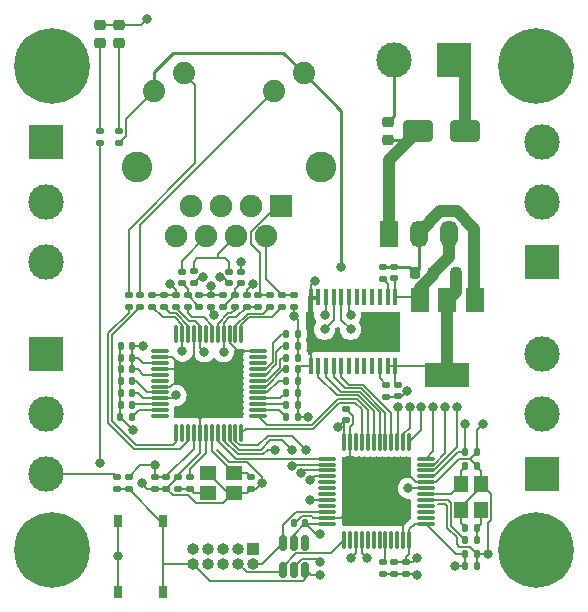
<source format=gbr>
%TF.GenerationSoftware,KiCad,Pcbnew,7.0.6*%
%TF.CreationDate,2024-06-28T04:54:33+09:00*%
%TF.ProjectId,artnet-neopixel,6172746e-6574-42d6-9e65-6f706978656c,rev?*%
%TF.SameCoordinates,Original*%
%TF.FileFunction,Copper,L1,Top*%
%TF.FilePolarity,Positive*%
%FSLAX46Y46*%
G04 Gerber Fmt 4.6, Leading zero omitted, Abs format (unit mm)*
G04 Created by KiCad (PCBNEW 7.0.6) date 2024-06-28 04:54:33*
%MOMM*%
%LPD*%
G01*
G04 APERTURE LIST*
G04 Aperture macros list*
%AMRoundRect*
0 Rectangle with rounded corners*
0 $1 Rounding radius*
0 $2 $3 $4 $5 $6 $7 $8 $9 X,Y pos of 4 corners*
0 Add a 4 corners polygon primitive as box body*
4,1,4,$2,$3,$4,$5,$6,$7,$8,$9,$2,$3,0*
0 Add four circle primitives for the rounded corners*
1,1,$1+$1,$2,$3*
1,1,$1+$1,$4,$5*
1,1,$1+$1,$6,$7*
1,1,$1+$1,$8,$9*
0 Add four rect primitives between the rounded corners*
20,1,$1+$1,$2,$3,$4,$5,0*
20,1,$1+$1,$4,$5,$6,$7,0*
20,1,$1+$1,$6,$7,$8,$9,0*
20,1,$1+$1,$8,$9,$2,$3,0*%
G04 Aperture macros list end*
%TA.AperFunction,SMDPad,CuDef*%
%ADD10R,0.450000X1.475000*%
%TD*%
%TA.AperFunction,SMDPad,CuDef*%
%ADD11RoundRect,0.135000X-0.135000X-0.185000X0.135000X-0.185000X0.135000X0.185000X-0.135000X0.185000X0*%
%TD*%
%TA.AperFunction,SMDPad,CuDef*%
%ADD12RoundRect,0.140000X-0.140000X-0.170000X0.140000X-0.170000X0.140000X0.170000X-0.140000X0.170000X0*%
%TD*%
%TA.AperFunction,ComponentPad*%
%ADD13C,1.890000*%
%TD*%
%TA.AperFunction,ComponentPad*%
%ADD14R,1.900000X1.900000*%
%TD*%
%TA.AperFunction,ComponentPad*%
%ADD15C,1.900000*%
%TD*%
%TA.AperFunction,ComponentPad*%
%ADD16C,2.600000*%
%TD*%
%TA.AperFunction,ComponentPad*%
%ADD17R,3.000000X3.000000*%
%TD*%
%TA.AperFunction,ComponentPad*%
%ADD18C,3.000000*%
%TD*%
%TA.AperFunction,SMDPad,CuDef*%
%ADD19RoundRect,0.140000X-0.170000X0.140000X-0.170000X-0.140000X0.170000X-0.140000X0.170000X0.140000X0*%
%TD*%
%TA.AperFunction,SMDPad,CuDef*%
%ADD20R,1.500000X2.000000*%
%TD*%
%TA.AperFunction,SMDPad,CuDef*%
%ADD21R,3.800000X2.000000*%
%TD*%
%TA.AperFunction,SMDPad,CuDef*%
%ADD22RoundRect,0.225000X0.250000X-0.225000X0.250000X0.225000X-0.250000X0.225000X-0.250000X-0.225000X0*%
%TD*%
%TA.AperFunction,SMDPad,CuDef*%
%ADD23RoundRect,0.135000X0.185000X-0.135000X0.185000X0.135000X-0.185000X0.135000X-0.185000X-0.135000X0*%
%TD*%
%TA.AperFunction,SMDPad,CuDef*%
%ADD24RoundRect,0.135000X0.135000X0.185000X-0.135000X0.185000X-0.135000X-0.185000X0.135000X-0.185000X0*%
%TD*%
%TA.AperFunction,SMDPad,CuDef*%
%ADD25RoundRect,0.140000X0.170000X-0.140000X0.170000X0.140000X-0.170000X0.140000X-0.170000X-0.140000X0*%
%TD*%
%TA.AperFunction,ComponentPad*%
%ADD26R,1.500000X2.300000*%
%TD*%
%TA.AperFunction,ComponentPad*%
%ADD27O,1.500000X2.300000*%
%TD*%
%TA.AperFunction,ComponentPad*%
%ADD28C,6.400000*%
%TD*%
%TA.AperFunction,SMDPad,CuDef*%
%ADD29RoundRect,0.218750X-0.256250X0.218750X-0.256250X-0.218750X0.256250X-0.218750X0.256250X0.218750X0*%
%TD*%
%TA.AperFunction,SMDPad,CuDef*%
%ADD30RoundRect,0.140000X0.140000X0.170000X-0.140000X0.170000X-0.140000X-0.170000X0.140000X-0.170000X0*%
%TD*%
%TA.AperFunction,SMDPad,CuDef*%
%ADD31RoundRect,0.135000X-0.185000X0.135000X-0.185000X-0.135000X0.185000X-0.135000X0.185000X0.135000X0*%
%TD*%
%TA.AperFunction,ComponentPad*%
%ADD32R,1.000000X1.000000*%
%TD*%
%TA.AperFunction,ComponentPad*%
%ADD33O,1.000000X1.000000*%
%TD*%
%TA.AperFunction,SMDPad,CuDef*%
%ADD34R,1.200000X1.400000*%
%TD*%
%TA.AperFunction,SMDPad,CuDef*%
%ADD35RoundRect,0.225000X-0.225000X-0.250000X0.225000X-0.250000X0.225000X0.250000X-0.225000X0.250000X0*%
%TD*%
%TA.AperFunction,SMDPad,CuDef*%
%ADD36R,0.750000X1.000000*%
%TD*%
%TA.AperFunction,SMDPad,CuDef*%
%ADD37RoundRect,0.150000X0.150000X-0.512500X0.150000X0.512500X-0.150000X0.512500X-0.150000X-0.512500X0*%
%TD*%
%TA.AperFunction,SMDPad,CuDef*%
%ADD38R,1.400000X1.200000*%
%TD*%
%TA.AperFunction,SMDPad,CuDef*%
%ADD39RoundRect,0.225000X0.225000X0.250000X-0.225000X0.250000X-0.225000X-0.250000X0.225000X-0.250000X0*%
%TD*%
%TA.AperFunction,SMDPad,CuDef*%
%ADD40RoundRect,0.075000X-0.075000X0.662500X-0.075000X-0.662500X0.075000X-0.662500X0.075000X0.662500X0*%
%TD*%
%TA.AperFunction,SMDPad,CuDef*%
%ADD41RoundRect,0.075000X-0.662500X0.075000X-0.662500X-0.075000X0.662500X-0.075000X0.662500X0.075000X0*%
%TD*%
%TA.AperFunction,SMDPad,CuDef*%
%ADD42RoundRect,0.075000X0.662500X0.075000X-0.662500X0.075000X-0.662500X-0.075000X0.662500X-0.075000X0*%
%TD*%
%TA.AperFunction,SMDPad,CuDef*%
%ADD43RoundRect,0.075000X0.075000X0.662500X-0.075000X0.662500X-0.075000X-0.662500X0.075000X-0.662500X0*%
%TD*%
%TA.AperFunction,SMDPad,CuDef*%
%ADD44RoundRect,0.250000X-1.000000X-0.650000X1.000000X-0.650000X1.000000X0.650000X-1.000000X0.650000X0*%
%TD*%
%TA.AperFunction,ViaPad*%
%ADD45C,0.800000*%
%TD*%
%TA.AperFunction,Conductor*%
%ADD46C,0.150000*%
%TD*%
%TA.AperFunction,Conductor*%
%ADD47C,0.250000*%
%TD*%
%TA.AperFunction,Conductor*%
%ADD48C,1.000000*%
%TD*%
G04 APERTURE END LIST*
D10*
%TO.P,IC1,1,VCCA*%
%TO.N,+5V*%
X83575000Y-74062000D03*
%TO.P,IC1,2,DIR*%
%TO.N,Net-(IC1-DIR)*%
X82925000Y-74062000D03*
%TO.P,IC1,3,A1*%
%TO.N,unconnected-(IC1-A1-Pad3)*%
X82275000Y-74062000D03*
%TO.P,IC1,4,A2*%
%TO.N,unconnected-(IC1-A2-Pad4)*%
X81625000Y-74062000D03*
%TO.P,IC1,5,A3*%
%TO.N,unconnected-(IC1-A3-Pad5)*%
X80975000Y-74062000D03*
%TO.P,IC1,6,A4*%
%TO.N,unconnected-(IC1-A4-Pad6)*%
X80325000Y-74062000D03*
%TO.P,IC1,7,A5*%
%TO.N,Net-(IC1-A5)*%
X79675000Y-74062000D03*
%TO.P,IC1,8,A6*%
%TO.N,Net-(IC1-A6)*%
X79025000Y-74062000D03*
%TO.P,IC1,9,A7*%
%TO.N,Net-(IC1-A7)*%
X78375000Y-74062000D03*
%TO.P,IC1,10,A8*%
%TO.N,Net-(IC1-A8)*%
X77725000Y-74062000D03*
%TO.P,IC1,11,GND_1*%
%TO.N,GND*%
X77075000Y-74062000D03*
%TO.P,IC1,12,GND_2*%
X76425000Y-74062000D03*
%TO.P,IC1,13,GND_3*%
X76425000Y-79938000D03*
%TO.P,IC1,14,B8*%
%TO.N,neopixel2*%
X77075000Y-79938000D03*
%TO.P,IC1,15,B7*%
%TO.N,neopixel1*%
X77725000Y-79938000D03*
%TO.P,IC1,16,B6*%
%TO.N,neopixel3*%
X78375000Y-79938000D03*
%TO.P,IC1,17,B5*%
%TO.N,neopixel4*%
X79025000Y-79938000D03*
%TO.P,IC1,18,B4*%
%TO.N,unconnected-(IC1-B4-Pad18)*%
X79675000Y-79938000D03*
%TO.P,IC1,19,B3*%
%TO.N,unconnected-(IC1-B3-Pad19)*%
X80325000Y-79938000D03*
%TO.P,IC1,20,B2*%
%TO.N,unconnected-(IC1-B2-Pad20)*%
X80975000Y-79938000D03*
%TO.P,IC1,21,B1*%
%TO.N,unconnected-(IC1-B1-Pad21)*%
X81625000Y-79938000D03*
%TO.P,IC1,22,~{OE}*%
%TO.N,Net-(IC1-~{OE})*%
X82275000Y-79938000D03*
%TO.P,IC1,23,VCCB_1*%
%TO.N,+3.3V*%
X82925000Y-79938000D03*
%TO.P,IC1,24,VCCB_2*%
X83575000Y-79938000D03*
%TD*%
D11*
%TO.P,R28,1*%
%TO.N,GND*%
X60290000Y-84200000D03*
%TO.P,R28,2*%
%TO.N,Net-(R28-Pad2)*%
X61310000Y-84200000D03*
%TD*%
D12*
%TO.P,C8,1*%
%TO.N,+3.3V*%
X89520000Y-96800000D03*
%TO.P,C8,2*%
%TO.N,GND*%
X90480000Y-96800000D03*
%TD*%
D13*
%TO.P,J7,L1,LEDY_A*%
%TO.N,+3.3V*%
X63175000Y-56650000D03*
%TO.P,J7,L2,LEDY_K*%
%TO.N,Net-(J7-LEDY_K)*%
X65715000Y-55130000D03*
%TO.P,J7,L3,LEDG_K*%
%TO.N,Net-(J7-LEDG_K)*%
X73285000Y-56650000D03*
%TO.P,J7,L4,LEDG_A*%
%TO.N,+3.3V*%
X75825000Y-55130000D03*
D14*
%TO.P,J7,R1,TD+*%
%TO.N,Net-(J7-TD+)*%
X73945000Y-66370000D03*
D15*
%TO.P,J7,R2,TD-*%
%TO.N,Net-(J7-TD-)*%
X72675000Y-68910000D03*
%TO.P,J7,R3,RD+*%
%TO.N,Net-(J7-RD+)*%
X71405000Y-66370000D03*
%TO.P,J7,R4,TCT*%
%TO.N,Net-(J7-TCT)*%
X70135000Y-68910000D03*
%TO.P,J7,R5,RCT*%
%TO.N,Net-(J7-RCT)*%
X68865000Y-66370000D03*
%TO.P,J7,R6,RD-*%
%TO.N,Net-(J7-RD-)*%
X67595000Y-68910000D03*
%TO.P,J7,R7,NC*%
%TO.N,unconnected-(J7-NC-PadR7)*%
X66325000Y-66370000D03*
%TO.P,J7,R8,GND*%
%TO.N,GND*%
X65055000Y-68910000D03*
D16*
%TO.P,J7,SH,SHIELD*%
%TO.N,unconnected-(J7-SHIELD-PadSH)*%
X77275000Y-63080000D03*
X61725000Y-63080000D03*
%TD*%
D17*
%TO.P,J1,1,Pin_1*%
%TO.N,+24V*%
X88540000Y-54000000D03*
D18*
%TO.P,J1,2,Pin_2*%
%TO.N,GND*%
X83460000Y-54000000D03*
%TD*%
D19*
%TO.P,C20,1*%
%TO.N,Net-(J7-RCT)*%
X68000000Y-73920000D03*
%TO.P,C20,2*%
%TO.N,GND*%
X68000000Y-74880000D03*
%TD*%
%TO.P,C6,1*%
%TO.N,+3.3V*%
X83500000Y-96520000D03*
%TO.P,C6,2*%
%TO.N,GND*%
X83500000Y-97480000D03*
%TD*%
D12*
%TO.P,C13,1*%
%TO.N,OSC_OUT*%
X89520000Y-88400000D03*
%TO.P,C13,2*%
%TO.N,GND*%
X90480000Y-88400000D03*
%TD*%
D19*
%TO.P,C28,1*%
%TO.N,+3.3V*%
X64200000Y-89320000D03*
%TO.P,C28,2*%
%TO.N,GND*%
X64200000Y-90280000D03*
%TD*%
D20*
%TO.P,U2,1,GND*%
%TO.N,GND*%
X90300000Y-74350000D03*
%TO.P,U2,2,VO*%
%TO.N,+3.3V*%
X88000000Y-74350000D03*
D21*
X88000000Y-80650000D03*
D20*
%TO.P,U2,3,VI*%
%TO.N,+5V*%
X85700000Y-74350000D03*
%TD*%
D17*
%TO.P,J4,1,Pin_1*%
%TO.N,+24V*%
X96000000Y-89080000D03*
D18*
%TO.P,J4,2,Pin_2*%
%TO.N,Net-(IC1-A6)*%
X96000000Y-84000000D03*
%TO.P,J4,3,Pin_3*%
%TO.N,GND*%
X96000000Y-78920000D03*
%TD*%
D19*
%TO.P,C7,1*%
%TO.N,+3.3V*%
X84500000Y-96520000D03*
%TO.P,C7,2*%
%TO.N,GND*%
X84500000Y-97480000D03*
%TD*%
%TO.P,C30,1*%
%TO.N,+3.3V*%
X63200000Y-89320000D03*
%TO.P,C30,2*%
%TO.N,GND*%
X63200000Y-90280000D03*
%TD*%
D22*
%TO.P,C1,1*%
%TO.N,Net-(D1-K)*%
X83000000Y-60775000D03*
%TO.P,C1,2*%
%TO.N,GND*%
X83000000Y-59225000D03*
%TD*%
D23*
%TO.P,R3,1*%
%TO.N,NRST*%
X61000000Y-90310000D03*
%TO.P,R3,2*%
%TO.N,+3.3V*%
X61000000Y-89290000D03*
%TD*%
D17*
%TO.P,J3,1,Pin_1*%
%TO.N,+24V*%
X96000000Y-71080000D03*
D18*
%TO.P,J3,2,Pin_2*%
%TO.N,Net-(IC1-A5)*%
X96000000Y-66000000D03*
%TO.P,J3,3,Pin_3*%
%TO.N,GND*%
X96000000Y-60920000D03*
%TD*%
D24*
%TO.P,R26,1*%
%TO.N,GND*%
X75310000Y-81200000D03*
%TO.P,R26,2*%
%TO.N,Net-(R26-Pad2)*%
X74290000Y-81200000D03*
%TD*%
D19*
%TO.P,C17,1*%
%TO.N,Net-(J7-RD-)*%
X65500000Y-71920000D03*
%TO.P,C17,2*%
%TO.N,Net-(C17-Pad2)*%
X65500000Y-72880000D03*
%TD*%
D23*
%TO.P,R10,1*%
%TO.N,+3.3V*%
X66500000Y-72910000D03*
%TO.P,R10,2*%
%TO.N,Net-(J7-TCT)*%
X66500000Y-71890000D03*
%TD*%
%TO.P,R1,1*%
%TO.N,+3.3V*%
X60200000Y-61020000D03*
%TO.P,R1,2*%
%TO.N,Net-(D2-A)*%
X60200000Y-60000000D03*
%TD*%
%TO.P,R8,1*%
%TO.N,+3.3V*%
X75000000Y-74910000D03*
%TO.P,R8,2*%
%TO.N,Net-(J7-TD-)*%
X75000000Y-73890000D03*
%TD*%
D25*
%TO.P,C24,1*%
%TO.N,+3.3V*%
X63000000Y-74880000D03*
%TO.P,C24,2*%
%TO.N,GND*%
X63000000Y-73920000D03*
%TD*%
D24*
%TO.P,R5,1*%
%TO.N,Net-(C12-Pad1)*%
X90510000Y-94600000D03*
%TO.P,R5,2*%
%TO.N,OSC_IN*%
X89490000Y-94600000D03*
%TD*%
D26*
%TO.P,U1,1,IN*%
%TO.N,Net-(D1-K)*%
X83053000Y-68707500D03*
D27*
%TO.P,U1,2,GND*%
%TO.N,GND*%
X85593000Y-68707500D03*
%TO.P,U1,3,OUT*%
%TO.N,+5V*%
X88133000Y-68707500D03*
%TD*%
D28*
%TO.P,H1,1*%
%TO.N,N/C*%
X54500000Y-54500000D03*
%TD*%
D29*
%TO.P,D2,1,K*%
%TO.N,GND*%
X60200000Y-51012500D03*
%TO.P,D2,2,A*%
%TO.N,Net-(D2-A)*%
X60200000Y-52587500D03*
%TD*%
D23*
%TO.P,R14,1*%
%TO.N,Net-(U5-RXP)*%
X66000000Y-74910000D03*
%TO.P,R14,2*%
%TO.N,Net-(C17-Pad2)*%
X66000000Y-73890000D03*
%TD*%
D24*
%TO.P,R27,1*%
%TO.N,GND*%
X75310000Y-80200000D03*
%TO.P,R27,2*%
%TO.N,Net-(R27-Pad2)*%
X74290000Y-80200000D03*
%TD*%
D23*
%TO.P,R2,1*%
%TO.N,RUN_LED*%
X58600000Y-61020000D03*
%TO.P,R2,2*%
%TO.N,Net-(D3-A)*%
X58600000Y-60000000D03*
%TD*%
D24*
%TO.P,R21,1*%
%TO.N,+3.3V*%
X75310000Y-79200000D03*
%TO.P,R21,2*%
%TO.N,Net-(U5-PMODE2)*%
X74290000Y-79200000D03*
%TD*%
D30*
%TO.P,C26,1*%
%TO.N,+3.3V*%
X61280000Y-80200000D03*
%TO.P,C26,2*%
%TO.N,GND*%
X60320000Y-80200000D03*
%TD*%
%TO.P,C27,1*%
%TO.N,+3.3V*%
X61280000Y-82200000D03*
%TO.P,C27,2*%
%TO.N,GND*%
X60320000Y-82200000D03*
%TD*%
D23*
%TO.P,R13,1*%
%TO.N,Net-(U5-RXN)*%
X70000000Y-74910000D03*
%TO.P,R13,2*%
%TO.N,Net-(C16-Pad2)*%
X70000000Y-73890000D03*
%TD*%
D31*
%TO.P,R29,1*%
%TO.N,GND*%
X64000000Y-73890000D03*
%TO.P,R29,2*%
%TO.N,Net-(U5-EXRES1)*%
X64000000Y-74910000D03*
%TD*%
D23*
%TO.P,R16,1*%
%TO.N,Net-(C17-Pad2)*%
X67000000Y-74910000D03*
%TO.P,R16,2*%
%TO.N,Net-(J7-RCT)*%
X67000000Y-73890000D03*
%TD*%
D32*
%TO.P,J2,1,Pin_1*%
%TO.N,+3.3V*%
X71550000Y-95375000D03*
D33*
%TO.P,J2,2,Pin_2*%
%TO.N,SWDIO*%
X71550000Y-96645000D03*
%TO.P,J2,3,Pin_3*%
%TO.N,GND*%
X70280000Y-95375000D03*
%TO.P,J2,4,Pin_4*%
%TO.N,SWCLK*%
X70280000Y-96645000D03*
%TO.P,J2,5,Pin_5*%
%TO.N,GND*%
X69010000Y-95375000D03*
%TO.P,J2,6,Pin_6*%
%TO.N,unconnected-(J2-Pin_6-Pad6)*%
X69010000Y-96645000D03*
%TO.P,J2,7,Pin_7*%
%TO.N,unconnected-(J2-Pin_7-Pad7)*%
X67740000Y-95375000D03*
%TO.P,J2,8,Pin_8*%
%TO.N,unconnected-(J2-Pin_8-Pad8)*%
X67740000Y-96645000D03*
%TO.P,J2,9,Pin_9*%
%TO.N,unconnected-(J2-Pin_9-Pad9)*%
X66470000Y-95375000D03*
%TO.P,J2,10,Pin_10*%
%TO.N,NRST*%
X66470000Y-96645000D03*
%TD*%
D25*
%TO.P,C4,1*%
%TO.N,+3.3V*%
X79400000Y-84480000D03*
%TO.P,C4,2*%
%TO.N,GND*%
X79400000Y-83520000D03*
%TD*%
%TO.P,C22,1*%
%TO.N,+3.3V*%
X71000000Y-74880000D03*
%TO.P,C22,2*%
%TO.N,GND*%
X71000000Y-73920000D03*
%TD*%
D24*
%TO.P,R23,1*%
%TO.N,GND*%
X75310000Y-84200000D03*
%TO.P,R23,2*%
%TO.N,Net-(R23-Pad2)*%
X74290000Y-84200000D03*
%TD*%
D34*
%TO.P,Y1,1,1*%
%TO.N,Net-(C12-Pad1)*%
X90850000Y-92100000D03*
%TO.P,Y1,2,2*%
%TO.N,GND*%
X90850000Y-89900000D03*
%TO.P,Y1,3,3*%
%TO.N,OSC_OUT*%
X89150000Y-89900000D03*
%TO.P,Y1,4,4*%
%TO.N,GND*%
X89150000Y-92100000D03*
%TD*%
D35*
%TO.P,C3,1*%
%TO.N,+3.3V*%
X88725000Y-72000000D03*
%TO.P,C3,2*%
%TO.N,GND*%
X90275000Y-72000000D03*
%TD*%
D30*
%TO.P,C12,1*%
%TO.N,Net-(C12-Pad1)*%
X90480000Y-93600000D03*
%TO.P,C12,2*%
%TO.N,GND*%
X89520000Y-93600000D03*
%TD*%
D36*
%TO.P,SW1,1,1*%
%TO.N,NRST*%
X63875000Y-93000000D03*
X63875000Y-99000000D03*
%TO.P,SW1,2,2*%
%TO.N,GND*%
X60125000Y-93000000D03*
X60125000Y-99000000D03*
%TD*%
D19*
%TO.P,C21,1*%
%TO.N,Net-(U5-XO)*%
X71400000Y-89320000D03*
%TO.P,C21,2*%
%TO.N,GND*%
X71400000Y-90280000D03*
%TD*%
D31*
%TO.P,R4,1*%
%TO.N,GND*%
X82500000Y-71490000D03*
%TO.P,R4,2*%
%TO.N,Net-(IC1-DIR)*%
X82500000Y-72510000D03*
%TD*%
D30*
%TO.P,C5,1*%
%TO.N,+3.3V*%
X75980000Y-93200000D03*
%TO.P,C5,2*%
%TO.N,GND*%
X75020000Y-93200000D03*
%TD*%
D31*
%TO.P,R6,1*%
%TO.N,BOOT*%
X82500000Y-96490000D03*
%TO.P,R6,2*%
%TO.N,GND*%
X82500000Y-97510000D03*
%TD*%
D25*
%TO.P,C23,1*%
%TO.N,+3.3V*%
X65000000Y-74880000D03*
%TO.P,C23,2*%
%TO.N,GND*%
X65000000Y-73920000D03*
%TD*%
D28*
%TO.P,H4,1*%
%TO.N,N/C*%
X95500000Y-95500000D03*
%TD*%
D31*
%TO.P,R19,1*%
%TO.N,Net-(J7-LEDG_K)*%
X62000000Y-73890000D03*
%TO.P,R19,2*%
%TO.N,LINK_LED*%
X62000000Y-74910000D03*
%TD*%
D23*
%TO.P,R20,1*%
%TO.N,Net-(C19-Pad1)*%
X66200000Y-90310000D03*
%TO.P,R20,2*%
%TO.N,Net-(U5-XI{slash}CLKIN)*%
X66200000Y-89290000D03*
%TD*%
D37*
%TO.P,U3,1,IO1*%
%TO.N,SWCLK*%
X74050000Y-97137500D03*
%TO.P,U3,2,VN*%
%TO.N,GND*%
X75000000Y-97137500D03*
%TO.P,U3,3,IO2*%
%TO.N,NRST*%
X75950000Y-97137500D03*
%TO.P,U3,4,IO3*%
%TO.N,unconnected-(U3-IO3-Pad4)*%
X75950000Y-94862500D03*
%TO.P,U3,5,VP*%
%TO.N,+3.3V*%
X75000000Y-94862500D03*
%TO.P,U3,6,IO4*%
%TO.N,SWDIO*%
X74050000Y-94862500D03*
%TD*%
D38*
%TO.P,Y2,1,1*%
%TO.N,Net-(C19-Pad1)*%
X67700000Y-90650000D03*
%TO.P,Y2,2,2*%
%TO.N,GND*%
X69900000Y-90650000D03*
%TO.P,Y2,3,3*%
%TO.N,Net-(U5-XO)*%
X69900000Y-88950000D03*
%TO.P,Y2,4,4*%
%TO.N,GND*%
X67700000Y-88950000D03*
%TD*%
D12*
%TO.P,C9,1*%
%TO.N,+3.3V*%
X89520000Y-95800000D03*
%TO.P,C9,2*%
%TO.N,GND*%
X90480000Y-95800000D03*
%TD*%
%TO.P,C10,1*%
%TO.N,+3.3V*%
X89520000Y-87200000D03*
%TO.P,C10,2*%
%TO.N,GND*%
X90480000Y-87200000D03*
%TD*%
D39*
%TO.P,C2,1*%
%TO.N,+5V*%
X86775000Y-72000000D03*
%TO.P,C2,2*%
%TO.N,GND*%
X85225000Y-72000000D03*
%TD*%
D19*
%TO.P,C18,1*%
%TO.N,Net-(J7-TCT)*%
X69500000Y-71920000D03*
%TO.P,C18,2*%
%TO.N,GND*%
X69500000Y-72880000D03*
%TD*%
D30*
%TO.P,C29,1*%
%TO.N,+3.3V*%
X61280000Y-78200000D03*
%TO.P,C29,2*%
%TO.N,GND*%
X60320000Y-78200000D03*
%TD*%
D24*
%TO.P,R17,1*%
%TO.N,+3.3V*%
X75310000Y-77200000D03*
%TO.P,R17,2*%
%TO.N,Net-(U5-PMODE0)*%
X74290000Y-77200000D03*
%TD*%
D25*
%TO.P,C11,1*%
%TO.N,NRST*%
X60000000Y-90280000D03*
%TO.P,C11,2*%
%TO.N,GND*%
X60000000Y-89320000D03*
%TD*%
D28*
%TO.P,H3,1*%
%TO.N,N/C*%
X54500000Y-95500000D03*
%TD*%
D12*
%TO.P,C31,1*%
%TO.N,GND*%
X60320000Y-83200000D03*
%TO.P,C31,2*%
%TO.N,Net-(U5-1V2O)*%
X61280000Y-83200000D03*
%TD*%
D30*
%TO.P,C32,1*%
%TO.N,Net-(U5-TOCAP)*%
X61280000Y-81200000D03*
%TO.P,C32,2*%
%TO.N,GND*%
X60320000Y-81200000D03*
%TD*%
D23*
%TO.P,R15,1*%
%TO.N,Net-(C16-Pad2)*%
X69000000Y-74910000D03*
%TO.P,R15,2*%
%TO.N,Net-(J7-RCT)*%
X69000000Y-73890000D03*
%TD*%
D24*
%TO.P,R18,1*%
%TO.N,+3.3V*%
X75310000Y-78200000D03*
%TO.P,R18,2*%
%TO.N,Net-(U5-PMODE1)*%
X74290000Y-78200000D03*
%TD*%
D23*
%TO.P,R9,1*%
%TO.N,+3.3V*%
X72000000Y-74910000D03*
%TO.P,R9,2*%
%TO.N,Net-(J7-TD+)*%
X72000000Y-73890000D03*
%TD*%
D25*
%TO.P,C14,1*%
%TO.N,+5V*%
X83500000Y-72480000D03*
%TO.P,C14,2*%
%TO.N,GND*%
X83500000Y-71520000D03*
%TD*%
D28*
%TO.P,H2,1*%
%TO.N,N/C*%
X95500000Y-54500000D03*
%TD*%
D40*
%TO.P,U5,1,TXN*%
%TO.N,Net-(U5-TXN)*%
X70550000Y-77237500D03*
%TO.P,U5,2,TXP*%
%TO.N,Net-(U5-TXP)*%
X70050000Y-77237500D03*
%TO.P,U5,3,AGND*%
%TO.N,GND*%
X69550000Y-77237500D03*
%TO.P,U5,4,AVDD*%
%TO.N,+3.3V*%
X69050000Y-77237500D03*
%TO.P,U5,5,RXN*%
%TO.N,Net-(U5-RXN)*%
X68550000Y-77237500D03*
%TO.P,U5,6,RXP*%
%TO.N,Net-(U5-RXP)*%
X68050000Y-77237500D03*
%TO.P,U5,7,DNC*%
%TO.N,unconnected-(U5-DNC-Pad7)*%
X67550000Y-77237500D03*
%TO.P,U5,8,AVDD*%
%TO.N,+3.3V*%
X67050000Y-77237500D03*
%TO.P,U5,9,AGND*%
%TO.N,GND*%
X66550000Y-77237500D03*
%TO.P,U5,10,EXRES1*%
%TO.N,Net-(U5-EXRES1)*%
X66050000Y-77237500D03*
%TO.P,U5,11,AVDD*%
%TO.N,+3.3V*%
X65550000Y-77237500D03*
%TO.P,U5,12,NC*%
%TO.N,unconnected-(U5-NC-Pad12)*%
X65050000Y-77237500D03*
D41*
%TO.P,U5,13,NC*%
%TO.N,unconnected-(U5-NC-Pad13)*%
X63637500Y-78650000D03*
%TO.P,U5,14,AGND*%
%TO.N,GND*%
X63637500Y-79150000D03*
%TO.P,U5,15,AVDD*%
%TO.N,+3.3V*%
X63637500Y-79650000D03*
%TO.P,U5,16,AGND*%
%TO.N,GND*%
X63637500Y-80150000D03*
%TO.P,U5,17,AVDD*%
%TO.N,+3.3V*%
X63637500Y-80650000D03*
%TO.P,U5,18,VBG*%
%TO.N,unconnected-(U5-VBG-Pad18)*%
X63637500Y-81150000D03*
%TO.P,U5,19,AGND*%
%TO.N,GND*%
X63637500Y-81650000D03*
%TO.P,U5,20,TOCAP*%
%TO.N,Net-(U5-TOCAP)*%
X63637500Y-82150000D03*
%TO.P,U5,21,AVDD*%
%TO.N,+3.3V*%
X63637500Y-82650000D03*
%TO.P,U5,22,1V2O*%
%TO.N,Net-(U5-1V2O)*%
X63637500Y-83150000D03*
%TO.P,U5,23,RSVD*%
%TO.N,Net-(R28-Pad2)*%
X63637500Y-83650000D03*
%TO.P,U5,24,SPDLED*%
%TO.N,unconnected-(U5-SPDLED-Pad24)*%
X63637500Y-84150000D03*
D40*
%TO.P,U5,25,LINKLED*%
%TO.N,LINK_LED*%
X65050000Y-85562500D03*
%TO.P,U5,26,DUPLED*%
%TO.N,unconnected-(U5-DUPLED-Pad26)*%
X65550000Y-85562500D03*
%TO.P,U5,27,ACTLED*%
%TO.N,ACT_LED*%
X66050000Y-85562500D03*
%TO.P,U5,28,VDD*%
%TO.N,+3.3V*%
X66550000Y-85562500D03*
%TO.P,U5,29,GND*%
%TO.N,GND*%
X67050000Y-85562500D03*
%TO.P,U5,30,XI/CLKIN*%
%TO.N,Net-(U5-XI{slash}CLKIN)*%
X67550000Y-85562500D03*
%TO.P,U5,31,XO*%
%TO.N,Net-(U5-XO)*%
X68050000Y-85562500D03*
%TO.P,U5,32,~{SCS}*%
%TO.N,CS*%
X68550000Y-85562500D03*
%TO.P,U5,33,SCLK*%
%TO.N,SCLK*%
X69050000Y-85562500D03*
%TO.P,U5,34,MISO*%
%TO.N,MISO*%
X69550000Y-85562500D03*
%TO.P,U5,35,MOSI*%
%TO.N,MOSI*%
X70050000Y-85562500D03*
%TO.P,U5,36,~{INT}*%
%TO.N,W5500_INT*%
X70550000Y-85562500D03*
D41*
%TO.P,U5,37,~{RST}*%
%TO.N,W5500_RST*%
X71962500Y-84150000D03*
%TO.P,U5,38,RSVD*%
%TO.N,Net-(R23-Pad2)*%
X71962500Y-83650000D03*
%TO.P,U5,39,RSVD*%
%TO.N,Net-(R24-Pad2)*%
X71962500Y-83150000D03*
%TO.P,U5,40,RSVD*%
%TO.N,Net-(R25-Pad2)*%
X71962500Y-82650000D03*
%TO.P,U5,41,RSVD*%
%TO.N,Net-(R26-Pad2)*%
X71962500Y-82150000D03*
%TO.P,U5,42,RSVD*%
%TO.N,Net-(R27-Pad2)*%
X71962500Y-81650000D03*
%TO.P,U5,43,PMODE2*%
%TO.N,Net-(U5-PMODE2)*%
X71962500Y-81150000D03*
%TO.P,U5,44,PMODE1*%
%TO.N,Net-(U5-PMODE1)*%
X71962500Y-80650000D03*
%TO.P,U5,45,PMODE0*%
%TO.N,Net-(U5-PMODE0)*%
X71962500Y-80150000D03*
%TO.P,U5,46,NC*%
%TO.N,unconnected-(U5-NC-Pad46)*%
X71962500Y-79650000D03*
%TO.P,U5,47,NC*%
%TO.N,unconnected-(U5-NC-Pad47)*%
X71962500Y-79150000D03*
%TO.P,U5,48,AGND*%
%TO.N,GND*%
X71962500Y-78650000D03*
%TD*%
D19*
%TO.P,C15,1*%
%TO.N,+3.3V*%
X83800000Y-81520000D03*
%TO.P,C15,2*%
%TO.N,GND*%
X83800000Y-82480000D03*
%TD*%
%TO.P,C16,1*%
%TO.N,Net-(J7-RD+)*%
X70500000Y-71920000D03*
%TO.P,C16,2*%
%TO.N,Net-(C16-Pad2)*%
X70500000Y-72880000D03*
%TD*%
D29*
%TO.P,D3,1,K*%
%TO.N,GND*%
X58600000Y-51012500D03*
%TO.P,D3,2,A*%
%TO.N,Net-(D3-A)*%
X58600000Y-52587500D03*
%TD*%
D17*
%TO.P,J5,1,Pin_1*%
%TO.N,+24V*%
X54000000Y-78920000D03*
D18*
%TO.P,J5,2,Pin_2*%
%TO.N,Net-(IC1-A7)*%
X54000000Y-84000000D03*
%TO.P,J5,3,Pin_3*%
%TO.N,GND*%
X54000000Y-89080000D03*
%TD*%
D31*
%TO.P,R22,1*%
%TO.N,Net-(J7-LEDY_K)*%
X61000000Y-73890000D03*
%TO.P,R22,2*%
%TO.N,ACT_LED*%
X61000000Y-74910000D03*
%TD*%
D23*
%TO.P,R12,1*%
%TO.N,Net-(U5-TXP)*%
X73000000Y-74910000D03*
%TO.P,R12,2*%
%TO.N,Net-(J7-TD+)*%
X73000000Y-73890000D03*
%TD*%
D30*
%TO.P,C25,1*%
%TO.N,+3.3V*%
X61280000Y-79200000D03*
%TO.P,C25,2*%
%TO.N,GND*%
X60320000Y-79200000D03*
%TD*%
D42*
%TO.P,U4,1,VBAT*%
%TO.N,+3.3V*%
X86162500Y-93250000D03*
%TO.P,U4,2,PC13*%
%TO.N,unconnected-(U4-PC13-Pad2)*%
X86162500Y-92750000D03*
%TO.P,U4,3,PC14*%
%TO.N,unconnected-(U4-PC14-Pad3)*%
X86162500Y-92250000D03*
%TO.P,U4,4,PC15*%
%TO.N,unconnected-(U4-PC15-Pad4)*%
X86162500Y-91750000D03*
%TO.P,U4,5,PF0*%
%TO.N,OSC_IN*%
X86162500Y-91250000D03*
%TO.P,U4,6,PF1*%
%TO.N,OSC_OUT*%
X86162500Y-90750000D03*
%TO.P,U4,7,NRST*%
%TO.N,NRST*%
X86162500Y-90250000D03*
%TO.P,U4,8,VSSA*%
%TO.N,GND*%
X86162500Y-89750000D03*
%TO.P,U4,9,VDDA*%
%TO.N,+3.3V*%
X86162500Y-89250000D03*
%TO.P,U4,10,PA0*%
%TO.N,JP1*%
X86162500Y-88750000D03*
%TO.P,U4,11,PA1*%
%TO.N,JP2*%
X86162500Y-88250000D03*
%TO.P,U4,12,PA2*%
%TO.N,JP3*%
X86162500Y-87750000D03*
D43*
%TO.P,U4,13,PA3*%
%TO.N,JP4*%
X84750000Y-86337500D03*
%TO.P,U4,14,PA4*%
%TO.N,JP5*%
X84250000Y-86337500D03*
%TO.P,U4,15,PA5*%
%TO.N,JP6*%
X83750000Y-86337500D03*
%TO.P,U4,16,PA6*%
%TO.N,neopixel4*%
X83250000Y-86337500D03*
%TO.P,U4,17,PA7*%
%TO.N,neopixel3*%
X82750000Y-86337500D03*
%TO.P,U4,18,PB0*%
%TO.N,neopixel1*%
X82250000Y-86337500D03*
%TO.P,U4,19,PB1*%
%TO.N,neopixel2*%
X81750000Y-86337500D03*
%TO.P,U4,20,PB2*%
%TO.N,W5500_RST*%
X81250000Y-86337500D03*
%TO.P,U4,21,PB10*%
%TO.N,W5500_INT*%
X80750000Y-86337500D03*
%TO.P,U4,22,PB11*%
%TO.N,unconnected-(U4-PB11-Pad22)*%
X80250000Y-86337500D03*
%TO.P,U4,23,VSS*%
%TO.N,GND*%
X79750000Y-86337500D03*
%TO.P,U4,24,VDD*%
%TO.N,+3.3V*%
X79250000Y-86337500D03*
D42*
%TO.P,U4,25,PB12*%
%TO.N,CS*%
X77837500Y-87750000D03*
%TO.P,U4,26,PB13*%
%TO.N,SCLK*%
X77837500Y-88250000D03*
%TO.P,U4,27,PB14*%
%TO.N,MISO*%
X77837500Y-88750000D03*
%TO.P,U4,28,PB15*%
%TO.N,MOSI*%
X77837500Y-89250000D03*
%TO.P,U4,29,PA8*%
%TO.N,unconnected-(U4-PA8-Pad29)*%
X77837500Y-89750000D03*
%TO.P,U4,30,PA9*%
%TO.N,unconnected-(U4-PA9-Pad30)*%
X77837500Y-90250000D03*
%TO.P,U4,31,PA10*%
%TO.N,unconnected-(U4-PA10-Pad31)*%
X77837500Y-90750000D03*
%TO.P,U4,32,PA11*%
%TO.N,RUN_LED*%
X77837500Y-91250000D03*
%TO.P,U4,33,PA12*%
%TO.N,unconnected-(U4-PA12-Pad33)*%
X77837500Y-91750000D03*
%TO.P,U4,34,PA13*%
%TO.N,SWDIO*%
X77837500Y-92250000D03*
%TO.P,U4,35,VSS*%
%TO.N,GND*%
X77837500Y-92750000D03*
%TO.P,U4,36,VDD*%
%TO.N,+3.3V*%
X77837500Y-93250000D03*
D43*
%TO.P,U4,37,PA14*%
%TO.N,SWCLK*%
X79250000Y-94662500D03*
%TO.P,U4,38,PA15*%
%TO.N,unconnected-(U4-PA15-Pad38)*%
X79750000Y-94662500D03*
%TO.P,U4,39,PB3*%
%TO.N,JP7*%
X80250000Y-94662500D03*
%TO.P,U4,40,PB4*%
%TO.N,JP8*%
X80750000Y-94662500D03*
%TO.P,U4,41,PB5*%
%TO.N,unconnected-(U4-PB5-Pad41)*%
X81250000Y-94662500D03*
%TO.P,U4,42,PB6*%
%TO.N,unconnected-(U4-PB6-Pad42)*%
X81750000Y-94662500D03*
%TO.P,U4,43,PB7*%
%TO.N,unconnected-(U4-PB7-Pad43)*%
X82250000Y-94662500D03*
%TO.P,U4,44,BOOT0*%
%TO.N,BOOT*%
X82750000Y-94662500D03*
%TO.P,U4,45,PB8*%
%TO.N,unconnected-(U4-PB8-Pad45)*%
X83250000Y-94662500D03*
%TO.P,U4,46,PB9*%
%TO.N,unconnected-(U4-PB9-Pad46)*%
X83750000Y-94662500D03*
%TO.P,U4,47,VSS*%
%TO.N,GND*%
X84250000Y-94662500D03*
%TO.P,U4,48,VDD*%
%TO.N,+3.3V*%
X84750000Y-94662500D03*
%TD*%
D44*
%TO.P,D1,1,K*%
%TO.N,Net-(D1-K)*%
X85500000Y-60000000D03*
%TO.P,D1,2,A*%
%TO.N,+24V*%
X89500000Y-60000000D03*
%TD*%
D23*
%TO.P,R11,1*%
%TO.N,Net-(U5-TXN)*%
X74000000Y-74910000D03*
%TO.P,R11,2*%
%TO.N,Net-(J7-TD-)*%
X74000000Y-73890000D03*
%TD*%
D25*
%TO.P,C19,1*%
%TO.N,Net-(C19-Pad1)*%
X65200000Y-90280000D03*
%TO.P,C19,2*%
%TO.N,GND*%
X65200000Y-89320000D03*
%TD*%
D24*
%TO.P,R25,1*%
%TO.N,GND*%
X75310000Y-82200000D03*
%TO.P,R25,2*%
%TO.N,Net-(R25-Pad2)*%
X74290000Y-82200000D03*
%TD*%
D17*
%TO.P,J6,1,Pin_1*%
%TO.N,+24V*%
X54000000Y-60920000D03*
D18*
%TO.P,J6,2,Pin_2*%
%TO.N,Net-(IC1-A8)*%
X54000000Y-66000000D03*
%TO.P,J6,3,Pin_3*%
%TO.N,GND*%
X54000000Y-71080000D03*
%TD*%
D24*
%TO.P,R24,1*%
%TO.N,GND*%
X75310000Y-83200000D03*
%TO.P,R24,2*%
%TO.N,Net-(R24-Pad2)*%
X74290000Y-83200000D03*
%TD*%
D31*
%TO.P,R7,1*%
%TO.N,Net-(IC1-~{OE})*%
X82800000Y-81490000D03*
%TO.P,R7,2*%
%TO.N,GND*%
X82800000Y-82510000D03*
%TD*%
D45*
%TO.N,+3.3V*%
X79000000Y-71500000D03*
%TO.N,GND*%
X67800000Y-81400000D03*
X60125000Y-96000000D03*
X68199972Y-75599972D03*
X91000000Y-84800000D03*
X77200000Y-96500000D03*
X61400000Y-85300000D03*
X84600000Y-82000000D03*
X68700000Y-72400000D03*
X80800000Y-78000000D03*
X85400000Y-97600000D03*
X76800000Y-72700016D03*
X62100000Y-89800000D03*
X76200000Y-84200000D03*
X91400000Y-95800000D03*
X82000000Y-90500000D03*
X71500000Y-73000000D03*
X64500006Y-73000000D03*
X62600000Y-50500000D03*
X72300000Y-89800000D03*
%TO.N,NRST*%
X77200000Y-97600000D03*
X84700000Y-90250000D03*
%TO.N,+3.3V*%
X75000000Y-75700000D03*
X88600000Y-96800000D03*
X67400000Y-78700000D03*
X78700019Y-85099981D03*
X88000000Y-77500000D03*
X77200000Y-94100000D03*
X67300044Y-72400000D03*
X65000000Y-82400000D03*
X89499990Y-84800000D03*
X69050000Y-78700000D03*
X85400000Y-96200020D03*
X65549967Y-78650049D03*
X63200000Y-88300000D03*
X62200000Y-78200000D03*
%TO.N,Net-(J7-RD+)*%
X70500000Y-71100000D03*
%TO.N,Net-(J7-RCT)*%
X68000000Y-73150003D03*
%TO.N,SCLK*%
X73400008Y-87000000D03*
X74799936Y-88400000D03*
%TO.N,MISO*%
X75600000Y-89000000D03*
X74800000Y-87000000D03*
%TO.N,RUN_LED*%
X76400000Y-91250000D03*
X58600000Y-88100000D03*
%TO.N,Net-(IC1-A5)*%
X79800000Y-75600000D03*
%TO.N,Net-(IC1-A6)*%
X79800000Y-76800000D03*
%TO.N,Net-(IC1-A7)*%
X77600000Y-76800000D03*
%TO.N,Net-(IC1-A8)*%
X77600000Y-75599992D03*
%TO.N,MOSI*%
X76400000Y-89600000D03*
X76000000Y-87000000D03*
%TO.N,JP1*%
X88800000Y-83400000D03*
%TO.N,JP2*%
X87800000Y-83400000D03*
%TO.N,JP3*%
X86800000Y-83400000D03*
%TO.N,JP4*%
X85800000Y-83400000D03*
%TO.N,JP5*%
X84800000Y-83400000D03*
%TO.N,JP6*%
X83800000Y-83400000D03*
%TO.N,JP7*%
X79800000Y-96200000D03*
%TO.N,JP8*%
X81200000Y-96200000D03*
%TD*%
D46*
%TO.N,GND*%
X90480000Y-95800000D02*
X90480000Y-96800000D01*
D47*
%TO.N,+3.3V*%
X79000000Y-58305000D02*
X79000000Y-71500000D01*
X75825000Y-55130000D02*
X79000000Y-58305000D01*
%TO.N,GND*%
X82530000Y-71520000D02*
X82500000Y-71490000D01*
X83500000Y-71520000D02*
X82530000Y-71520000D01*
D48*
%TO.N,+24V*%
X89500000Y-60000000D02*
X89500000Y-54960000D01*
X89500000Y-54960000D02*
X88540000Y-54000000D01*
D46*
%TO.N,neopixel1*%
X82250000Y-86337500D02*
X82250000Y-83777208D01*
X78999500Y-82100000D02*
X77725000Y-80825500D01*
X82250000Y-83777208D02*
X80572792Y-82100000D01*
X80572792Y-82100000D02*
X78999500Y-82100000D01*
X77725000Y-80825500D02*
X77725000Y-79938000D01*
%TO.N,GND*%
X89880000Y-87800000D02*
X89000000Y-87800000D01*
X88800000Y-95000000D02*
X88800000Y-94400000D01*
X84500000Y-97480000D02*
X83500000Y-97480000D01*
X71400000Y-90280000D02*
X71820000Y-90280000D01*
X59760000Y-89080000D02*
X54000000Y-89080000D01*
X67050000Y-85562500D02*
X67050000Y-87255025D01*
X63200000Y-90280000D02*
X62580000Y-90280000D01*
X64650000Y-79150000D02*
X65400000Y-79900000D01*
X66725000Y-91525000D02*
X66055000Y-90855000D01*
X88800000Y-94400000D02*
X88000000Y-93600000D01*
X69550000Y-77237500D02*
X69550000Y-77969975D01*
X69400000Y-90650000D02*
X67700000Y-88950000D01*
X69900000Y-90650000D02*
X69025000Y-91525000D01*
X90480000Y-88400000D02*
X90850000Y-88770000D01*
X64800000Y-81400000D02*
X67800000Y-81400000D01*
X79750000Y-86337500D02*
X79750000Y-88250000D01*
X75000000Y-96894670D02*
X75644670Y-96250000D01*
X71000000Y-73920000D02*
X71000000Y-73500000D01*
X90480000Y-87200000D02*
X90480000Y-85320000D01*
D48*
X88800000Y-66800000D02*
X87400250Y-66800000D01*
D46*
X89150000Y-91850000D02*
X90850000Y-90150000D01*
X75310000Y-84200000D02*
X76200000Y-84200000D01*
X69550000Y-77969975D02*
X70230025Y-78650000D01*
X70230025Y-78969975D02*
X67800000Y-81400000D01*
X79750000Y-86337500D02*
X79750000Y-85050000D01*
X69020000Y-72400000D02*
X68700000Y-72400000D01*
X65200000Y-89105025D02*
X65200000Y-89320000D01*
X84250000Y-92750000D02*
X82000000Y-90500000D01*
D47*
X85593000Y-68707500D02*
X85593000Y-71632000D01*
D46*
X71000000Y-73500000D02*
X71500000Y-73000000D01*
X91400000Y-95800000D02*
X91400000Y-93200000D01*
X76650000Y-92750000D02*
X76500000Y-92600000D01*
X64550000Y-81650000D02*
X64800000Y-81400000D01*
X89150000Y-92100000D02*
X89150000Y-93230000D01*
D48*
X85593000Y-68607250D02*
X85593000Y-68707500D01*
D46*
X79750000Y-88250000D02*
X82000000Y-90500000D01*
X80000000Y-84120000D02*
X79400000Y-83520000D01*
X75310000Y-81200000D02*
X75310000Y-82200000D01*
X67050000Y-85562500D02*
X67050000Y-82150000D01*
X65200000Y-89320000D02*
X65160000Y-89320000D01*
X62580000Y-90280000D02*
X62100000Y-89800000D01*
X83300000Y-89200000D02*
X82000000Y-90500000D01*
X60290000Y-84200000D02*
X61390000Y-85300000D01*
X84120000Y-82480000D02*
X84600000Y-82000000D01*
X72300000Y-89800000D02*
X72300000Y-89323101D01*
X70230025Y-78650000D02*
X70230025Y-78969975D01*
X63637500Y-79150000D02*
X64650000Y-79150000D01*
X90480000Y-88400000D02*
X89880000Y-87800000D01*
X66550000Y-80150000D02*
X67800000Y-81400000D01*
X60200000Y-51012500D02*
X62087500Y-51012500D01*
X82000000Y-90500000D02*
X79750000Y-92750000D01*
X84500000Y-97480000D02*
X85280000Y-97480000D01*
X65000000Y-73920000D02*
X65000000Y-73499994D01*
D48*
X90275000Y-74325000D02*
X90300000Y-74350000D01*
D46*
X62087500Y-51012500D02*
X62600000Y-50500000D01*
X90480000Y-95800000D02*
X91400000Y-95800000D01*
X85350000Y-89750000D02*
X84800000Y-89200000D01*
D48*
X90275000Y-72000000D02*
X90275000Y-68275000D01*
D47*
X84745000Y-71520000D02*
X85225000Y-72000000D01*
X83500000Y-71520000D02*
X84745000Y-71520000D01*
D46*
X63000000Y-73920000D02*
X65000000Y-73920000D01*
X75644670Y-96250000D02*
X76950000Y-96250000D01*
X85280000Y-97480000D02*
X85400000Y-97600000D01*
X91675000Y-90725000D02*
X90850000Y-89900000D01*
X65160000Y-89320000D02*
X64200000Y-90280000D01*
X76425000Y-74062000D02*
X76425000Y-73075016D01*
X71030000Y-90650000D02*
X69900000Y-90650000D01*
X71051899Y-88075000D02*
X69575000Y-88075000D01*
X76500000Y-92600000D02*
X75720000Y-92600000D01*
X65000000Y-73499994D02*
X64500006Y-73000000D01*
X89880000Y-95200000D02*
X89000000Y-95200000D01*
X65400000Y-80150000D02*
X66550000Y-80150000D01*
X83500000Y-97480000D02*
X82530000Y-97480000D01*
X76425000Y-73075016D02*
X76800000Y-72700016D01*
X79750000Y-85050000D02*
X80000000Y-84800000D01*
X90850000Y-90150000D02*
X90850000Y-89900000D01*
X75310000Y-82200000D02*
X75310000Y-83200000D01*
X67050000Y-82150000D02*
X67800000Y-81400000D01*
X63637500Y-81650000D02*
X64550000Y-81650000D01*
X75310000Y-83200000D02*
X75310000Y-84200000D01*
X75310000Y-80200000D02*
X75310000Y-81200000D01*
X70230025Y-78650000D02*
X71962500Y-78650000D01*
X61390000Y-85300000D02*
X61400000Y-85300000D01*
X68000000Y-74880000D02*
X68000000Y-75400000D01*
X76425000Y-78075000D02*
X76500000Y-78000000D01*
X77837500Y-92750000D02*
X76650000Y-92750000D01*
X69025000Y-91525000D02*
X66725000Y-91525000D01*
X65400000Y-79900000D02*
X65400000Y-80150000D01*
X69575000Y-88075000D02*
X69500000Y-88000000D01*
X60290000Y-78230000D02*
X60320000Y-78200000D01*
X75720000Y-92600000D02*
X75120000Y-93200000D01*
X60290000Y-84200000D02*
X60290000Y-78230000D01*
X83770000Y-82510000D02*
X83800000Y-82480000D01*
X90480000Y-85320000D02*
X91000000Y-84800000D01*
X88000000Y-91800000D02*
X87800000Y-91600000D01*
D48*
X90275000Y-72000000D02*
X90275000Y-74325000D01*
D46*
X76425000Y-79938000D02*
X76425000Y-78075000D01*
X72300000Y-89323101D02*
X71051899Y-88075000D01*
X90480000Y-95800000D02*
X89880000Y-95200000D01*
X87800000Y-91600000D02*
X87200000Y-91600000D01*
X89150000Y-93230000D02*
X89520000Y-93600000D01*
X76425000Y-79938000D02*
X75572000Y-79938000D01*
X86162500Y-89750000D02*
X85350000Y-89750000D01*
X82800000Y-82510000D02*
X83770000Y-82510000D01*
X71820000Y-90280000D02*
X72300000Y-89800000D01*
X68000000Y-75400000D02*
X68199972Y-75599972D01*
D48*
X87400250Y-66800000D02*
X85593000Y-68607250D01*
D46*
X91400000Y-93200000D02*
X91675000Y-92925000D01*
X67050000Y-87255025D02*
X65200000Y-89105025D01*
X63200000Y-90280000D02*
X64200000Y-90280000D01*
X75000000Y-97137500D02*
X75000000Y-96894670D01*
D47*
X83460000Y-54000000D02*
X83460000Y-58765000D01*
D46*
X69500000Y-88000000D02*
X68500000Y-87000000D01*
X84250000Y-94662500D02*
X84250000Y-92750000D01*
X88000000Y-93600000D02*
X88000000Y-91800000D01*
X60000000Y-89320000D02*
X59760000Y-89080000D01*
X71400000Y-90280000D02*
X71030000Y-90650000D01*
D48*
X90275000Y-68275000D02*
X88800000Y-66800000D01*
D46*
X76425000Y-74062000D02*
X77075000Y-74062000D01*
X64775000Y-90855000D02*
X64200000Y-90280000D01*
X76950000Y-96250000D02*
X77200000Y-96500000D01*
D47*
X85593000Y-71632000D02*
X85225000Y-72000000D01*
D46*
X90850000Y-88770000D02*
X90850000Y-89900000D01*
X90480000Y-87200000D02*
X89880000Y-87800000D01*
X80000000Y-84800000D02*
X80000000Y-84120000D01*
X58600000Y-51012500D02*
X60200000Y-51012500D01*
X79750000Y-92750000D02*
X77837500Y-92750000D01*
X91675000Y-92925000D02*
X91675000Y-90725000D01*
X82530000Y-97480000D02*
X82500000Y-97510000D01*
D47*
X83460000Y-58765000D02*
X83000000Y-59225000D01*
D46*
X66550000Y-77237500D02*
X66550000Y-80150000D01*
X89000000Y-95200000D02*
X88800000Y-95000000D01*
X84800000Y-89200000D02*
X83300000Y-89200000D01*
X60125000Y-93000000D02*
X60125000Y-99000000D01*
X66055000Y-90855000D02*
X64775000Y-90855000D01*
X75572000Y-79938000D02*
X75310000Y-80200000D01*
X89150000Y-92100000D02*
X89150000Y-91850000D01*
X89000000Y-87800000D02*
X87050000Y-89750000D01*
X87050000Y-89750000D02*
X86162500Y-89750000D01*
X69500000Y-72880000D02*
X69020000Y-72400000D01*
X69900000Y-90650000D02*
X69400000Y-90650000D01*
X63637500Y-80150000D02*
X65400000Y-80150000D01*
X83800000Y-82480000D02*
X84120000Y-82480000D01*
%TO.N,ACT_LED*%
X59250000Y-77150000D02*
X61000000Y-75400000D01*
X65394975Y-86950000D02*
X61450111Y-86950000D01*
X61450111Y-86950000D02*
X59250000Y-84749889D01*
X59250000Y-84749889D02*
X59250000Y-77150000D01*
X66050000Y-85562500D02*
X66050000Y-86294975D01*
X66050000Y-86294975D02*
X65394975Y-86950000D01*
X61000000Y-75400000D02*
X61000000Y-74910000D01*
%TO.N,LINK_LED*%
X64800000Y-86600000D02*
X65050000Y-86350000D01*
X61595086Y-86600000D02*
X64800000Y-86600000D01*
X65050000Y-86350000D02*
X65050000Y-85562500D01*
X59600000Y-84604914D02*
X61595086Y-86600000D01*
X59600000Y-77310000D02*
X59600000Y-84604914D01*
X62000000Y-74910000D02*
X59600000Y-77310000D01*
%TO.N,NRST*%
X60970000Y-90280000D02*
X61000000Y-90310000D01*
X60000000Y-90280000D02*
X60970000Y-90280000D01*
X75800000Y-98100000D02*
X75950000Y-97950000D01*
X63875000Y-93000000D02*
X63875000Y-96600000D01*
X66470000Y-96645000D02*
X67925000Y-98100000D01*
X75950000Y-97950000D02*
X75950000Y-97137500D01*
X76412500Y-97600000D02*
X75950000Y-97137500D01*
X61000000Y-90310000D02*
X63690000Y-93000000D01*
X77200000Y-97600000D02*
X76412500Y-97600000D01*
X67925000Y-98100000D02*
X75800000Y-98100000D01*
X63690000Y-93000000D02*
X63875000Y-93000000D01*
X66470000Y-96645000D02*
X63920000Y-96645000D01*
X86162500Y-90250000D02*
X84700000Y-90250000D01*
X63920000Y-96645000D02*
X63875000Y-96600000D01*
X63875000Y-96600000D02*
X63875000Y-99000000D01*
%TO.N,OSC_OUT*%
X86162500Y-90750000D02*
X88300000Y-90750000D01*
X88300000Y-90750000D02*
X89150000Y-89900000D01*
X89520000Y-88400000D02*
X89150000Y-88770000D01*
X89150000Y-88770000D02*
X89150000Y-89900000D01*
D48*
%TO.N,+5V*%
X88133000Y-68707500D02*
X88133000Y-70642000D01*
X85700000Y-73308148D02*
X85700000Y-74350000D01*
X86775000Y-72233148D02*
X85700000Y-73308148D01*
D46*
X83575000Y-72555000D02*
X83575000Y-74062000D01*
X83500000Y-72480000D02*
X83575000Y-72555000D01*
X83575000Y-74062000D02*
X85412000Y-74062000D01*
X85412000Y-74062000D02*
X85700000Y-74350000D01*
D48*
X88133000Y-70642000D02*
X86775000Y-72000000D01*
X86775000Y-72000000D02*
X86775000Y-72233148D01*
D46*
%TO.N,+3.3V*%
X71030000Y-74910000D02*
X71000000Y-74880000D01*
D47*
X63175000Y-56650000D02*
X63175000Y-55025000D01*
D46*
X63200000Y-89320000D02*
X63200000Y-88300000D01*
X79320000Y-84480000D02*
X78700019Y-85099981D01*
X75310000Y-78200000D02*
X75310000Y-79200000D01*
X84500000Y-96100000D02*
X84500000Y-96520000D01*
X76880000Y-94100000D02*
X77200000Y-94100000D01*
D48*
X88725000Y-72000000D02*
X88725000Y-73625000D01*
D46*
X89520000Y-84820010D02*
X89499990Y-84800000D01*
X69050000Y-77237500D02*
X69050000Y-76274264D01*
X69524264Y-75800000D02*
X70080000Y-75800000D01*
X66500000Y-72910000D02*
X67010000Y-72400000D01*
X83575000Y-81295000D02*
X83575000Y-79938000D01*
X85250000Y-93250000D02*
X84750000Y-93750000D01*
X79250000Y-86337500D02*
X79250000Y-84630000D01*
X67050000Y-78350000D02*
X67400000Y-78700000D01*
X61280000Y-78200000D02*
X61280000Y-80200000D01*
X69050000Y-77237500D02*
X69050000Y-78650010D01*
X60800000Y-59025000D02*
X63175000Y-56650000D01*
D47*
X63175000Y-55025000D02*
X64800000Y-53400000D01*
D46*
X86824264Y-89250000D02*
X86162500Y-89250000D01*
X89520000Y-96800000D02*
X88600000Y-96800000D01*
X61800000Y-79200000D02*
X61280000Y-79200000D01*
X65550000Y-77237500D02*
X65550000Y-78650016D01*
X66550000Y-86894975D02*
X66550000Y-85562500D01*
X67050000Y-77237500D02*
X67050000Y-78350000D01*
X79250000Y-84630000D02*
X79400000Y-84480000D01*
X84750000Y-93750000D02*
X84750000Y-94662500D01*
X67050000Y-77237500D02*
X67050000Y-76505025D01*
X66119975Y-76100000D02*
X65000000Y-74980025D01*
X72000000Y-74910000D02*
X71030000Y-74910000D01*
X62250000Y-82650000D02*
X63637500Y-82650000D01*
X86162500Y-93250000D02*
X88712500Y-95800000D01*
X75310000Y-76010000D02*
X75000000Y-75700000D01*
X62250000Y-80650000D02*
X61800000Y-80200000D01*
X69050000Y-76274264D02*
X69524264Y-75800000D01*
X83500000Y-96520000D02*
X84500000Y-96520000D01*
X83800000Y-81520000D02*
X83575000Y-81295000D01*
X65000000Y-74980025D02*
X65000000Y-74880000D01*
X84750000Y-95850000D02*
X84500000Y-96100000D01*
X60200000Y-61020000D02*
X60800000Y-60420000D01*
X75310000Y-77400000D02*
X75310000Y-76010000D01*
D47*
X74095000Y-53400000D02*
X75825000Y-55130000D01*
D46*
X62250000Y-79650000D02*
X61800000Y-79200000D01*
X61280000Y-78200000D02*
X62200000Y-78200000D01*
X65550000Y-78650016D02*
X65549967Y-78650049D01*
X77837500Y-93250000D02*
X76030000Y-93250000D01*
X61280000Y-82200000D02*
X61800000Y-82200000D01*
D47*
X64800000Y-53400000D02*
X74095000Y-53400000D01*
D46*
X75000000Y-74910000D02*
X75000000Y-75700000D01*
X87288000Y-79938000D02*
X88000000Y-80650000D01*
X64200000Y-89320000D02*
X64200000Y-89244975D01*
X75980000Y-93200000D02*
X76880000Y-94100000D01*
X67010000Y-72400000D02*
X67300044Y-72400000D01*
X65550000Y-76450000D02*
X64900000Y-75800000D01*
D48*
X88000000Y-77500000D02*
X88000000Y-80650000D01*
D46*
X89520000Y-87200000D02*
X89520000Y-84820010D01*
X84750000Y-94662500D02*
X84750000Y-95850000D01*
X82925000Y-79938000D02*
X83575000Y-79938000D01*
X70080000Y-75800000D02*
X71000000Y-74880000D01*
X67050000Y-76505025D02*
X66644975Y-76100000D01*
D48*
X88725000Y-73625000D02*
X88000000Y-74350000D01*
D46*
X61800000Y-82200000D02*
X62250000Y-82650000D01*
X64900000Y-75800000D02*
X63920000Y-75800000D01*
X75000000Y-94180000D02*
X75980000Y-93200000D01*
X84500000Y-96520000D02*
X85080020Y-96520000D01*
X61000000Y-89290000D02*
X61990000Y-88300000D01*
X88712500Y-95800000D02*
X89520000Y-95800000D01*
X88874264Y-87200000D02*
X86824264Y-89250000D01*
X76030000Y-93250000D02*
X75980000Y-93200000D01*
X63637500Y-80650000D02*
X62250000Y-80650000D01*
X85080020Y-96520000D02*
X85400000Y-96200020D01*
X60800000Y-60420000D02*
X60800000Y-59025000D01*
X66644975Y-76100000D02*
X66119975Y-76100000D01*
X89520000Y-87200000D02*
X88874264Y-87200000D01*
X64750000Y-82650000D02*
X65000000Y-82400000D01*
X63920000Y-75800000D02*
X63000000Y-74880000D01*
X65550000Y-77237500D02*
X65550000Y-76450000D01*
X75000000Y-94862500D02*
X75000000Y-94180000D01*
X83575000Y-79938000D02*
X87288000Y-79938000D01*
X63637500Y-82650000D02*
X64750000Y-82650000D01*
X79400000Y-84480000D02*
X79320000Y-84480000D01*
X61800000Y-80200000D02*
X61280000Y-80200000D01*
X61990000Y-88300000D02*
X63200000Y-88300000D01*
X63200000Y-89320000D02*
X64200000Y-89320000D01*
X89520000Y-95800000D02*
X89520000Y-96800000D01*
X75310000Y-77200000D02*
X75310000Y-78200000D01*
D48*
X88000000Y-74350000D02*
X88000000Y-77500000D01*
D46*
X64200000Y-89244975D02*
X66550000Y-86894975D01*
X63637500Y-79650000D02*
X62250000Y-79650000D01*
X86162500Y-93250000D02*
X85250000Y-93250000D01*
D47*
%TO.N,Net-(D1-K)*%
X84725000Y-60775000D02*
X85500000Y-60000000D01*
X83000000Y-60775000D02*
X84725000Y-60775000D01*
D48*
X83053000Y-68707500D02*
X83053000Y-62447000D01*
X83053000Y-62447000D02*
X85500000Y-60000000D01*
D46*
%TO.N,Net-(C12-Pad1)*%
X90850000Y-92100000D02*
X90850000Y-93260000D01*
X90850000Y-93260000D02*
X90510000Y-93600000D01*
X90480000Y-94570000D02*
X90510000Y-94600000D01*
X90480000Y-93600000D02*
X90480000Y-94570000D01*
%TO.N,Net-(J7-RD+)*%
X70500000Y-71920000D02*
X70500000Y-71100000D01*
%TO.N,Net-(C16-Pad2)*%
X70000000Y-73380000D02*
X70000000Y-73890000D01*
X70000000Y-73910000D02*
X69000000Y-74910000D01*
X70500000Y-72880000D02*
X70000000Y-73380000D01*
X70000000Y-73890000D02*
X70000000Y-73910000D01*
%TO.N,Net-(D2-A)*%
X60200000Y-52587500D02*
X60200000Y-60000000D01*
%TO.N,Net-(J7-RD-)*%
X65500000Y-71005000D02*
X67595000Y-68910000D01*
X65500000Y-71920000D02*
X65500000Y-71005000D01*
%TO.N,Net-(C17-Pad2)*%
X67000000Y-74910000D02*
X67000000Y-74890000D01*
X65500000Y-72880000D02*
X66000000Y-73380000D01*
X67000000Y-74890000D02*
X66000000Y-73890000D01*
X66000000Y-73380000D02*
X66000000Y-73890000D01*
%TO.N,Net-(J7-TCT)*%
X69500000Y-71100000D02*
X69200000Y-70800000D01*
X69200000Y-70800000D02*
X68600000Y-70800000D01*
X68600000Y-70800000D02*
X66800000Y-70800000D01*
X66500000Y-71100000D02*
X66500000Y-71890000D01*
X68600000Y-70445000D02*
X68600000Y-70800000D01*
X66800000Y-70800000D02*
X66500000Y-71100000D01*
X70135000Y-68910000D02*
X68600000Y-70445000D01*
X69500000Y-71920000D02*
X69500000Y-71100000D01*
%TO.N,Net-(J7-RCT)*%
X68000000Y-73920000D02*
X68000000Y-73150003D01*
X69000000Y-73890000D02*
X67000000Y-73890000D01*
%TO.N,Net-(U5-XO)*%
X71030000Y-88950000D02*
X69900000Y-88950000D01*
X68050000Y-87100000D02*
X69900000Y-88950000D01*
X68050000Y-85562500D02*
X68050000Y-87100000D01*
X71400000Y-89320000D02*
X71030000Y-88950000D01*
%TO.N,Net-(U5-1V2O)*%
X63637500Y-83150000D02*
X61330000Y-83150000D01*
X61330000Y-83150000D02*
X61280000Y-83200000D01*
%TO.N,Net-(U5-TOCAP)*%
X61280000Y-81200000D02*
X61640000Y-81200000D01*
X61640000Y-81200000D02*
X62590000Y-82150000D01*
X62590000Y-82150000D02*
X63637500Y-82150000D01*
%TO.N,SWDIO*%
X77837500Y-92250000D02*
X75143812Y-92250000D01*
X74050000Y-93343812D02*
X74050000Y-94862500D01*
X71550000Y-96645000D02*
X72267500Y-96645000D01*
X75143812Y-92250000D02*
X74050000Y-93343812D01*
X72267500Y-96645000D02*
X74050000Y-94862500D01*
%TO.N,Net-(D3-A)*%
X58600000Y-60000000D02*
X58600000Y-52587500D01*
%TO.N,SWCLK*%
X71005000Y-97370000D02*
X73817500Y-97370000D01*
X75194670Y-95750000D02*
X78162500Y-95750000D01*
X74050000Y-97137500D02*
X74050000Y-96894670D01*
X73817500Y-97370000D02*
X74050000Y-97137500D01*
X70280000Y-96645000D02*
X71005000Y-97370000D01*
X78162500Y-95750000D02*
X79250000Y-94662500D01*
X74050000Y-96894670D02*
X75194670Y-95750000D01*
%TO.N,W5500_RST*%
X80324264Y-82700000D02*
X78700000Y-82700000D01*
X72712500Y-84900000D02*
X71962500Y-84150000D01*
X76500000Y-84900000D02*
X72712500Y-84900000D01*
X81250000Y-83625736D02*
X80324264Y-82700000D01*
X78700000Y-82700000D02*
X76500000Y-84900000D01*
X81250000Y-86337500D02*
X81250000Y-83625736D01*
%TO.N,CS*%
X68550000Y-85562500D02*
X68550000Y-86224264D01*
X68550000Y-86224264D02*
X70075736Y-87750000D01*
X70075736Y-87750000D02*
X77837500Y-87750000D01*
%TO.N,SCLK*%
X74949936Y-88250000D02*
X74799936Y-88400000D01*
X69050000Y-86224264D02*
X70225736Y-87400000D01*
X69050000Y-85562500D02*
X69050000Y-86224264D01*
X70225736Y-87400000D02*
X72400000Y-87400000D01*
X77837500Y-88250000D02*
X74949936Y-88250000D01*
X72800000Y-87000000D02*
X73400008Y-87000000D01*
X72400000Y-87400000D02*
X72800000Y-87000000D01*
%TO.N,Net-(J7-LEDY_K)*%
X66659999Y-62740001D02*
X66659999Y-56074999D01*
X61000000Y-73890000D02*
X61000000Y-68400000D01*
X66659999Y-56074999D02*
X65715000Y-55130000D01*
X61000000Y-68400000D02*
X66659999Y-62740001D01*
%TO.N,MISO*%
X73000000Y-86200000D02*
X72200000Y-87000000D01*
X74800000Y-87000000D02*
X74000000Y-86200000D01*
X70325736Y-87000000D02*
X69550000Y-86224264D01*
X72200000Y-87000000D02*
X70325736Y-87000000D01*
X69550000Y-86224264D02*
X69550000Y-85562500D01*
X74000000Y-86200000D02*
X73000000Y-86200000D01*
X77837500Y-88750000D02*
X75850000Y-88750000D01*
X75850000Y-88750000D02*
X75600000Y-89000000D01*
%TO.N,OSC_IN*%
X88075000Y-91250000D02*
X88325000Y-91500000D01*
X88325000Y-93435000D02*
X89490000Y-94600000D01*
X88325000Y-91500000D02*
X88325000Y-93435000D01*
X86162500Y-91250000D02*
X88075000Y-91250000D01*
%TO.N,BOOT*%
X82750000Y-94662500D02*
X82750000Y-96240000D01*
X82750000Y-96240000D02*
X82500000Y-96490000D01*
%TO.N,RUN_LED*%
X77837500Y-91250000D02*
X76400000Y-91250000D01*
X58600000Y-88100000D02*
X58600000Y-61020000D01*
%TO.N,Net-(IC1-DIR)*%
X82925000Y-72935000D02*
X82500000Y-72510000D01*
X82925000Y-74062000D02*
X82925000Y-72935000D01*
%TO.N,Net-(IC1-~{OE})*%
X82275000Y-80965000D02*
X82275000Y-79938000D01*
X82800000Y-81490000D02*
X82275000Y-80965000D01*
%TO.N,Net-(C19-Pad1)*%
X65200000Y-90280000D02*
X66170000Y-90280000D01*
X66540000Y-90650000D02*
X67700000Y-90650000D01*
X66170000Y-90280000D02*
X66200000Y-90310000D01*
X66200000Y-90310000D02*
X66540000Y-90650000D01*
%TO.N,Net-(J7-LEDG_K)*%
X62000000Y-73890000D02*
X62000000Y-67935000D01*
X62000000Y-67935000D02*
X73285000Y-56650000D01*
%TO.N,Net-(J7-TD+)*%
X71400000Y-69600000D02*
X71400000Y-68523299D01*
X72125000Y-73765000D02*
X72125000Y-70325000D01*
X73553299Y-66370000D02*
X73945000Y-66370000D01*
X72125000Y-70325000D02*
X71400000Y-69600000D01*
X72000000Y-73890000D02*
X73000000Y-73890000D01*
X71400000Y-68523299D02*
X73553299Y-66370000D01*
X72000000Y-73890000D02*
X72125000Y-73765000D01*
%TO.N,Net-(J7-TD-)*%
X74000000Y-73890000D02*
X72675000Y-72565000D01*
X74000000Y-73890000D02*
X75000000Y-73890000D01*
X72675000Y-72565000D02*
X72675000Y-68910000D01*
%TO.N,Net-(U5-TXN)*%
X70550000Y-76450000D02*
X71200000Y-75800000D01*
X71200000Y-75800000D02*
X73110000Y-75800000D01*
X73110000Y-75800000D02*
X74000000Y-74910000D01*
X70550000Y-77237500D02*
X70550000Y-76450000D01*
%TO.N,neopixel2*%
X77075000Y-80825500D02*
X77075000Y-79938000D01*
X81750000Y-86337500D02*
X81750000Y-83701472D01*
X78649500Y-82400000D02*
X77075000Y-80825500D01*
X81750000Y-83701472D02*
X80448528Y-82400000D01*
X80448528Y-82400000D02*
X78649500Y-82400000D01*
%TO.N,neopixel3*%
X82750000Y-86337500D02*
X82750000Y-83852944D01*
X82750000Y-83852944D02*
X80697056Y-81800000D01*
X78375000Y-80825500D02*
X78375000Y-79938000D01*
X80697056Y-81800000D02*
X79349500Y-81800000D01*
X79349500Y-81800000D02*
X78375000Y-80825500D01*
%TO.N,neopixel4*%
X80821320Y-81500000D02*
X79699500Y-81500000D01*
X83250000Y-83928680D02*
X80821320Y-81500000D01*
X79025000Y-80825500D02*
X79025000Y-79938000D01*
X79699500Y-81500000D02*
X79025000Y-80825500D01*
X83250000Y-86337500D02*
X83250000Y-83928680D01*
%TO.N,Net-(IC1-A5)*%
X79675000Y-74062000D02*
X79675000Y-75475000D01*
X79675000Y-75475000D02*
X79800000Y-75600000D01*
%TO.N,Net-(IC1-A6)*%
X79025000Y-76025000D02*
X79800000Y-76800000D01*
X79025000Y-74062000D02*
X79025000Y-76025000D01*
%TO.N,Net-(IC1-A7)*%
X78375000Y-76025000D02*
X77600000Y-76800000D01*
X78375000Y-74062000D02*
X78375000Y-76025000D01*
%TO.N,Net-(IC1-A8)*%
X77725000Y-74062000D02*
X77725000Y-75474992D01*
X77725000Y-75474992D02*
X77600000Y-75599992D01*
%TO.N,MOSI*%
X72000000Y-86600000D02*
X72800000Y-85800000D01*
X74800000Y-85800000D02*
X76000000Y-87000000D01*
X76750000Y-89250000D02*
X76400000Y-89600000D01*
X70050000Y-86224264D02*
X70425736Y-86600000D01*
X77837500Y-89250000D02*
X76750000Y-89250000D01*
X70050000Y-85562500D02*
X70050000Y-86224264D01*
X72800000Y-85800000D02*
X74800000Y-85800000D01*
X70425736Y-86600000D02*
X72000000Y-86600000D01*
%TO.N,Net-(U5-TXP)*%
X70050000Y-76525736D02*
X71075736Y-75500000D01*
X72410000Y-75500000D02*
X73000000Y-74910000D01*
X71075736Y-75500000D02*
X72410000Y-75500000D01*
X70050000Y-77237500D02*
X70050000Y-76525736D01*
%TO.N,Net-(U5-RXN)*%
X68550000Y-76350000D02*
X68550000Y-77237500D01*
X70000000Y-74910000D02*
X70000000Y-75155000D01*
X69705000Y-75450000D02*
X69450000Y-75450000D01*
X69450000Y-75450000D02*
X68550000Y-76350000D01*
X70000000Y-75155000D02*
X69705000Y-75450000D01*
%TO.N,Net-(U5-RXP)*%
X68050000Y-77237500D02*
X68050000Y-76505025D01*
X68050000Y-76505025D02*
X67344975Y-75800000D01*
X66400000Y-75800000D02*
X66000000Y-75400000D01*
X66000000Y-75400000D02*
X66000000Y-74910000D01*
X67344975Y-75800000D02*
X66400000Y-75800000D01*
%TO.N,Net-(U5-PMODE0)*%
X73195000Y-77985000D02*
X73195000Y-79579264D01*
X73980000Y-77200000D02*
X73195000Y-77985000D01*
X74290000Y-77200000D02*
X73980000Y-77200000D01*
X72624264Y-80150000D02*
X71962500Y-80150000D01*
X73195000Y-79579264D02*
X72624264Y-80150000D01*
%TO.N,Net-(U5-PMODE1)*%
X73495000Y-78705000D02*
X74000000Y-78200000D01*
X74000000Y-78200000D02*
X74290000Y-78200000D01*
X71962500Y-80650000D02*
X72624264Y-80650000D01*
X72624264Y-80650000D02*
X73495000Y-79779264D01*
X73495000Y-79779264D02*
X73495000Y-78705000D01*
%TO.N,Net-(U5-XI{slash}CLKIN)*%
X67550000Y-85562500D02*
X67550000Y-87249999D01*
X67550000Y-87249999D02*
X66200000Y-88599999D01*
X66200000Y-88599999D02*
X66200000Y-89290000D01*
%TO.N,Net-(U5-PMODE2)*%
X72725736Y-81150000D02*
X73795000Y-80080736D01*
X73795000Y-80080736D02*
X73795000Y-79375000D01*
X73795000Y-79375000D02*
X73970000Y-79200000D01*
X73970000Y-79200000D02*
X74290000Y-79200000D01*
X71962500Y-81150000D02*
X72725736Y-81150000D01*
%TO.N,Net-(R23-Pad2)*%
X71962500Y-83650000D02*
X73740000Y-83650000D01*
X73740000Y-83650000D02*
X74290000Y-84200000D01*
%TO.N,Net-(R24-Pad2)*%
X71962500Y-83150000D02*
X74240000Y-83150000D01*
X74240000Y-83150000D02*
X74290000Y-83200000D01*
%TO.N,Net-(R25-Pad2)*%
X71962500Y-82650000D02*
X73840000Y-82650000D01*
X73840000Y-82650000D02*
X74290000Y-82200000D01*
%TO.N,Net-(R26-Pad2)*%
X71962500Y-82150000D02*
X72750000Y-82150000D01*
X72750000Y-82150000D02*
X73700000Y-81200000D01*
X73700000Y-81200000D02*
X74290000Y-81200000D01*
%TO.N,Net-(R27-Pad2)*%
X72650000Y-81650000D02*
X74100000Y-80200000D01*
X71962500Y-81650000D02*
X72650000Y-81650000D01*
X74100000Y-80200000D02*
X74290000Y-80200000D01*
%TO.N,Net-(R28-Pad2)*%
X61860000Y-83650000D02*
X63637500Y-83650000D01*
X61310000Y-84200000D02*
X61860000Y-83650000D01*
%TO.N,Net-(U5-EXRES1)*%
X64994975Y-75450000D02*
X64540000Y-75450000D01*
X66050000Y-77237500D02*
X66050000Y-76505025D01*
X66050000Y-76505025D02*
X64994975Y-75450000D01*
X64540000Y-75450000D02*
X64000000Y-74910000D01*
%TO.N,W5500_INT*%
X78824264Y-83000000D02*
X76624264Y-85200000D01*
X70912500Y-85200000D02*
X70550000Y-85562500D01*
X80750000Y-83550000D02*
X80200000Y-83000000D01*
X80750000Y-86337500D02*
X80750000Y-83550000D01*
X76624264Y-85200000D02*
X70912500Y-85200000D01*
X80200000Y-83000000D02*
X78824264Y-83000000D01*
%TO.N,JP1*%
X88775000Y-86799264D02*
X88775000Y-83425000D01*
X86824264Y-88750000D02*
X88775000Y-86799264D01*
X88775000Y-83425000D02*
X88800000Y-83400000D01*
X86162500Y-88750000D02*
X86824264Y-88750000D01*
%TO.N,JP2*%
X86824264Y-88250000D02*
X87800000Y-87274264D01*
X87800000Y-87274264D02*
X87800000Y-83400000D01*
X86162500Y-88250000D02*
X86824264Y-88250000D01*
%TO.N,JP3*%
X86162500Y-87750000D02*
X86800000Y-87112500D01*
X86800000Y-87112500D02*
X86800000Y-83400000D01*
%TO.N,JP4*%
X85800000Y-85287500D02*
X84750000Y-86337500D01*
X85800000Y-83400000D02*
X85800000Y-85287500D01*
%TO.N,JP5*%
X84250000Y-86337500D02*
X84250000Y-85675736D01*
X84800000Y-85125736D02*
X84800000Y-83400000D01*
X84250000Y-85675736D02*
X84800000Y-85125736D01*
%TO.N,JP6*%
X83800000Y-86287500D02*
X83750000Y-86337500D01*
X83800000Y-83400000D02*
X83800000Y-86287500D01*
%TO.N,JP7*%
X80250000Y-94662500D02*
X80250000Y-95750000D01*
X80250000Y-95750000D02*
X79800000Y-96200000D01*
%TO.N,JP8*%
X80750000Y-94662500D02*
X80750000Y-95750000D01*
X80750000Y-95750000D02*
X81200000Y-96200000D01*
%TD*%
%TA.AperFunction,Conductor*%
%TO.N,GND*%
G36*
X76999501Y-74162999D02*
G01*
X76979817Y-74230039D01*
X76927013Y-74275794D01*
X76875501Y-74287000D01*
X76650000Y-74287000D01*
X76650000Y-75299500D01*
X76677061Y-75326561D01*
X76710546Y-75387884D01*
X76712700Y-75427199D01*
X76694540Y-75599992D01*
X76714326Y-75788248D01*
X76714327Y-75788251D01*
X76772818Y-75968269D01*
X76772821Y-75968276D01*
X76870716Y-76137836D01*
X76868143Y-76139321D01*
X76887250Y-76193042D01*
X76871356Y-76261080D01*
X76870678Y-76262134D01*
X76870716Y-76262156D01*
X76772821Y-76431715D01*
X76772818Y-76431722D01*
X76717635Y-76601560D01*
X76714326Y-76611744D01*
X76694540Y-76800000D01*
X76714326Y-76988256D01*
X76714327Y-76988259D01*
X76772818Y-77168277D01*
X76772821Y-77168284D01*
X76867467Y-77332216D01*
X76972782Y-77449180D01*
X76994129Y-77472888D01*
X77147265Y-77584148D01*
X77147270Y-77584151D01*
X77320192Y-77661142D01*
X77320197Y-77661144D01*
X77505354Y-77700500D01*
X77505355Y-77700500D01*
X77694644Y-77700500D01*
X77694646Y-77700500D01*
X77879803Y-77661144D01*
X78052730Y-77584151D01*
X78205871Y-77472888D01*
X78332533Y-77332216D01*
X78427179Y-77168284D01*
X78485674Y-76988256D01*
X78505460Y-76800000D01*
X78502932Y-76775948D01*
X78515502Y-76707220D01*
X78538567Y-76675311D01*
X78612322Y-76601556D01*
X78673640Y-76568075D01*
X78743332Y-76573059D01*
X78787680Y-76601560D01*
X78861427Y-76675307D01*
X78894912Y-76736630D01*
X78897067Y-76775945D01*
X78894540Y-76799997D01*
X78894540Y-76800000D01*
X78914326Y-76988256D01*
X78914327Y-76988259D01*
X78972818Y-77168277D01*
X78972821Y-77168284D01*
X79067467Y-77332216D01*
X79172782Y-77449180D01*
X79194129Y-77472888D01*
X79347265Y-77584148D01*
X79347270Y-77584151D01*
X79520192Y-77661142D01*
X79520197Y-77661144D01*
X79705354Y-77700500D01*
X79705355Y-77700500D01*
X79894644Y-77700500D01*
X79894646Y-77700500D01*
X80079803Y-77661144D01*
X80252730Y-77584151D01*
X80405871Y-77472888D01*
X80532533Y-77332216D01*
X80627179Y-77168284D01*
X80685674Y-76988256D01*
X80705460Y-76800000D01*
X80685674Y-76611744D01*
X80627179Y-76431716D01*
X80532533Y-76267784D01*
X80529284Y-76262156D01*
X80531929Y-76260628D01*
X80512779Y-76207421D01*
X80528417Y-76139323D01*
X80529344Y-76137879D01*
X80529284Y-76137844D01*
X80553071Y-76096642D01*
X80627179Y-75968284D01*
X80685674Y-75788256D01*
X80705460Y-75600000D01*
X80688323Y-75436956D01*
X80700892Y-75368231D01*
X80748624Y-75317207D01*
X80811641Y-75299999D01*
X81247872Y-75299999D01*
X81247885Y-75299998D01*
X81286744Y-75295820D01*
X81313252Y-75295820D01*
X81352127Y-75300000D01*
X81897872Y-75299999D01*
X81897873Y-75299998D01*
X81897885Y-75299998D01*
X81936744Y-75295820D01*
X81963252Y-75295820D01*
X82002127Y-75300000D01*
X82547872Y-75299999D01*
X82547873Y-75299998D01*
X82547885Y-75299998D01*
X82586744Y-75295820D01*
X82613252Y-75295820D01*
X82652127Y-75300000D01*
X83197872Y-75299999D01*
X83197873Y-75299998D01*
X83197885Y-75299998D01*
X83236744Y-75295820D01*
X83263252Y-75295820D01*
X83302127Y-75300000D01*
X83847872Y-75299999D01*
X83862746Y-75298400D01*
X83931505Y-75310806D01*
X83982642Y-75358417D01*
X84000000Y-75421690D01*
X84000000Y-78578309D01*
X83980315Y-78645348D01*
X83927511Y-78691103D01*
X83862751Y-78701599D01*
X83851721Y-78700413D01*
X83847873Y-78700000D01*
X83847871Y-78700000D01*
X83302130Y-78700000D01*
X83302119Y-78700001D01*
X83263253Y-78704179D01*
X83236748Y-78704179D01*
X83197874Y-78700000D01*
X82652130Y-78700000D01*
X82652119Y-78700001D01*
X82613253Y-78704179D01*
X82586748Y-78704179D01*
X82547874Y-78700000D01*
X82002130Y-78700000D01*
X82002119Y-78700001D01*
X81963253Y-78704179D01*
X81936748Y-78704179D01*
X81897874Y-78700000D01*
X81352130Y-78700000D01*
X81352119Y-78700001D01*
X81313253Y-78704179D01*
X81286748Y-78704179D01*
X81247874Y-78700000D01*
X80702130Y-78700000D01*
X80702119Y-78700001D01*
X80663253Y-78704179D01*
X80636748Y-78704179D01*
X80597874Y-78700000D01*
X80052130Y-78700000D01*
X80052119Y-78700001D01*
X80013253Y-78704179D01*
X79986748Y-78704179D01*
X79947874Y-78700000D01*
X79402130Y-78700000D01*
X79402119Y-78700001D01*
X79363253Y-78704179D01*
X79336748Y-78704179D01*
X79297874Y-78700000D01*
X78752130Y-78700000D01*
X78752119Y-78700001D01*
X78713253Y-78704179D01*
X78686748Y-78704179D01*
X78647874Y-78700000D01*
X78102130Y-78700000D01*
X78102119Y-78700001D01*
X78063253Y-78704179D01*
X78036748Y-78704179D01*
X77997874Y-78700000D01*
X77452130Y-78700000D01*
X77452119Y-78700001D01*
X77413253Y-78704179D01*
X77386748Y-78704179D01*
X77347874Y-78700000D01*
X76802132Y-78700000D01*
X76802117Y-78700001D01*
X76760904Y-78704431D01*
X76734402Y-78704431D01*
X76697834Y-78700500D01*
X76650000Y-78700500D01*
X76634388Y-78716111D01*
X76630315Y-78729985D01*
X76600313Y-78762210D01*
X76492454Y-78842954D01*
X76492453Y-78842955D01*
X76492452Y-78842956D01*
X76423266Y-78935376D01*
X76367332Y-78977247D01*
X76297641Y-78982231D01*
X76236318Y-78948745D01*
X76202834Y-78887422D01*
X76200000Y-78861065D01*
X76200000Y-78700500D01*
X76180268Y-78700500D01*
X76113229Y-78680815D01*
X76067474Y-78628011D01*
X76057530Y-78558853D01*
X76061192Y-78541905D01*
X76077664Y-78485208D01*
X76077665Y-78485202D01*
X76080500Y-78449183D01*
X76080499Y-77950819D01*
X76080256Y-77947742D01*
X76077665Y-77914796D01*
X76032869Y-77760607D01*
X76032866Y-77760602D01*
X76029771Y-77753449D01*
X76031692Y-77752617D01*
X76017172Y-77695409D01*
X76031321Y-77647219D01*
X76029772Y-77646549D01*
X76032864Y-77639400D01*
X76032869Y-77639393D01*
X76077665Y-77485204D01*
X76080500Y-77449181D01*
X76080499Y-76950820D01*
X76077665Y-76914796D01*
X76032869Y-76760607D01*
X76031883Y-76758940D01*
X76017268Y-76734226D01*
X76000000Y-76671106D01*
X76000000Y-75421186D01*
X76019685Y-75354147D01*
X76072489Y-75308392D01*
X76137257Y-75297897D01*
X76152158Y-75299499D01*
X76152172Y-75299500D01*
X76200000Y-75299500D01*
X76200000Y-74000000D01*
X76999500Y-74000000D01*
X76999501Y-74162999D01*
G37*
%TD.AperFunction*%
%TD*%
%TA.AperFunction,Conductor*%
%TO.N,GND*%
G36*
X70324763Y-78460686D02*
G01*
X70324764Y-78460687D01*
X70437280Y-78475500D01*
X70437287Y-78475500D01*
X70652243Y-78475500D01*
X70719282Y-78495185D01*
X70724873Y-78500000D01*
X70764365Y-78500000D01*
X70831404Y-78519685D01*
X70877159Y-78572489D01*
X70887103Y-78641647D01*
X70862741Y-78699485D01*
X70862347Y-78700000D01*
X70822840Y-78751486D01*
X70766412Y-78792689D01*
X70730894Y-78798879D01*
X70729911Y-78800000D01*
X70740804Y-78882729D01*
X70738595Y-78916472D01*
X70740374Y-78916707D01*
X70724500Y-79037272D01*
X70724500Y-79262727D01*
X70736708Y-79355451D01*
X70737276Y-79359767D01*
X70740374Y-79383293D01*
X70737386Y-79383686D01*
X70737395Y-79416315D01*
X70740374Y-79416708D01*
X70724500Y-79537272D01*
X70724500Y-79762727D01*
X70740374Y-79883292D01*
X70737399Y-79883683D01*
X70737399Y-79916316D01*
X70740374Y-79916708D01*
X70739313Y-79924762D01*
X70739313Y-79924764D01*
X70735938Y-79950393D01*
X70724500Y-80037272D01*
X70724500Y-80262727D01*
X70735499Y-80346271D01*
X70737276Y-80359767D01*
X70740374Y-80383292D01*
X70737399Y-80383683D01*
X70737399Y-80416316D01*
X70740374Y-80416708D01*
X70724500Y-80537272D01*
X70724500Y-80762727D01*
X70729439Y-80800236D01*
X70737276Y-80859767D01*
X70740374Y-80883292D01*
X70737399Y-80883683D01*
X70737399Y-80916316D01*
X70740374Y-80916708D01*
X70739313Y-80924762D01*
X70739313Y-80924764D01*
X70735938Y-80950393D01*
X70724500Y-81037272D01*
X70724500Y-81262727D01*
X70740374Y-81383292D01*
X70737399Y-81383683D01*
X70737399Y-81416316D01*
X70740374Y-81416708D01*
X70739313Y-81424762D01*
X70739313Y-81424764D01*
X70735938Y-81450393D01*
X70724500Y-81537272D01*
X70724500Y-81762727D01*
X70735499Y-81846271D01*
X70737276Y-81859767D01*
X70740374Y-81883292D01*
X70737399Y-81883683D01*
X70737399Y-81916316D01*
X70740374Y-81916708D01*
X70724500Y-82037272D01*
X70724500Y-82262727D01*
X70735499Y-82346271D01*
X70737276Y-82359767D01*
X70740374Y-82383292D01*
X70737399Y-82383683D01*
X70737399Y-82416316D01*
X70740374Y-82416708D01*
X70724500Y-82537272D01*
X70724500Y-82762727D01*
X70735499Y-82846271D01*
X70737276Y-82859767D01*
X70740374Y-82883292D01*
X70737399Y-82883683D01*
X70737399Y-82916316D01*
X70740374Y-82916708D01*
X70724500Y-83037272D01*
X70724500Y-83262727D01*
X70740374Y-83383293D01*
X70737386Y-83383686D01*
X70737395Y-83416315D01*
X70740374Y-83416708D01*
X70739313Y-83424762D01*
X70739313Y-83424764D01*
X70737217Y-83440686D01*
X70724500Y-83537272D01*
X70724500Y-83762727D01*
X70740374Y-83883292D01*
X70737399Y-83883683D01*
X70737399Y-83916316D01*
X70740374Y-83916708D01*
X70739313Y-83924762D01*
X70739313Y-83924764D01*
X70735938Y-83950393D01*
X70724500Y-84037272D01*
X70724500Y-84200500D01*
X70704815Y-84267539D01*
X70652011Y-84313294D01*
X70600500Y-84324500D01*
X70437272Y-84324500D01*
X70350393Y-84335938D01*
X70324764Y-84339313D01*
X70324762Y-84339313D01*
X70316708Y-84340374D01*
X70316316Y-84337399D01*
X70283684Y-84337399D01*
X70283292Y-84340374D01*
X70275237Y-84339313D01*
X70275236Y-84339313D01*
X70246271Y-84335499D01*
X70162727Y-84324500D01*
X70162720Y-84324500D01*
X69937280Y-84324500D01*
X69937272Y-84324500D01*
X69850393Y-84335938D01*
X69824764Y-84339313D01*
X69824762Y-84339313D01*
X69816708Y-84340374D01*
X69816315Y-84337395D01*
X69783686Y-84337386D01*
X69783293Y-84340374D01*
X69775236Y-84339313D01*
X69755451Y-84336708D01*
X69662727Y-84324500D01*
X69662720Y-84324500D01*
X69437280Y-84324500D01*
X69437272Y-84324500D01*
X69350393Y-84335938D01*
X69324764Y-84339313D01*
X69324762Y-84339313D01*
X69316708Y-84340374D01*
X69316316Y-84337399D01*
X69283684Y-84337399D01*
X69283292Y-84340374D01*
X69275237Y-84339313D01*
X69275236Y-84339313D01*
X69246271Y-84335499D01*
X69162727Y-84324500D01*
X69162720Y-84324500D01*
X68937280Y-84324500D01*
X68937272Y-84324500D01*
X68850393Y-84335938D01*
X68824764Y-84339313D01*
X68824762Y-84339313D01*
X68816708Y-84340374D01*
X68816316Y-84337399D01*
X68783684Y-84337399D01*
X68783292Y-84340374D01*
X68775237Y-84339313D01*
X68775236Y-84339313D01*
X68746271Y-84335499D01*
X68662727Y-84324500D01*
X68662720Y-84324500D01*
X68437280Y-84324500D01*
X68437272Y-84324500D01*
X68350393Y-84335938D01*
X68324764Y-84339313D01*
X68324762Y-84339313D01*
X68316708Y-84340374D01*
X68316316Y-84337399D01*
X68283684Y-84337399D01*
X68283292Y-84340374D01*
X68275237Y-84339313D01*
X68275236Y-84339313D01*
X68246271Y-84335499D01*
X68162727Y-84324500D01*
X68162720Y-84324500D01*
X67937280Y-84324500D01*
X67937272Y-84324500D01*
X67850393Y-84335938D01*
X67824764Y-84339313D01*
X67824762Y-84339313D01*
X67816708Y-84340374D01*
X67816316Y-84337399D01*
X67783684Y-84337399D01*
X67783292Y-84340374D01*
X67775237Y-84339313D01*
X67775236Y-84339313D01*
X67746271Y-84335499D01*
X67662727Y-84324500D01*
X67662720Y-84324500D01*
X67437280Y-84324500D01*
X67437272Y-84324500D01*
X67341792Y-84337071D01*
X67324764Y-84339313D01*
X67324763Y-84339313D01*
X67316707Y-84340374D01*
X67316472Y-84338595D01*
X67282729Y-84340804D01*
X67200000Y-84329911D01*
X67197845Y-84331801D01*
X67180315Y-84391502D01*
X67151487Y-84422838D01*
X67125486Y-84442789D01*
X67060319Y-84467984D01*
X66991874Y-84453946D01*
X66974514Y-84442790D01*
X66948512Y-84422838D01*
X66907309Y-84366410D01*
X66901119Y-84330894D01*
X66899998Y-84329911D01*
X66817270Y-84340804D01*
X66783527Y-84338593D01*
X66783293Y-84340374D01*
X66775236Y-84339313D01*
X66755451Y-84336708D01*
X66662727Y-84324500D01*
X66662720Y-84324500D01*
X66437280Y-84324500D01*
X66437272Y-84324500D01*
X66350393Y-84335938D01*
X66324764Y-84339313D01*
X66324762Y-84339313D01*
X66316708Y-84340374D01*
X66316316Y-84337399D01*
X66283684Y-84337399D01*
X66283292Y-84340374D01*
X66275237Y-84339313D01*
X66275236Y-84339313D01*
X66246271Y-84335499D01*
X66162727Y-84324500D01*
X66162720Y-84324500D01*
X65937280Y-84324500D01*
X65937272Y-84324500D01*
X65850393Y-84335938D01*
X65824764Y-84339313D01*
X65824762Y-84339313D01*
X65816708Y-84340374D01*
X65816315Y-84337395D01*
X65783686Y-84337386D01*
X65783293Y-84340374D01*
X65775236Y-84339313D01*
X65755451Y-84336708D01*
X65662727Y-84324500D01*
X65662720Y-84324500D01*
X65437280Y-84324500D01*
X65437272Y-84324500D01*
X65350393Y-84335938D01*
X65324764Y-84339313D01*
X65324762Y-84339313D01*
X65316708Y-84340374D01*
X65316315Y-84337395D01*
X65283686Y-84337386D01*
X65283293Y-84340374D01*
X65275236Y-84339313D01*
X65255451Y-84336708D01*
X65162727Y-84324500D01*
X65162720Y-84324500D01*
X64999500Y-84324500D01*
X64932461Y-84304815D01*
X64886706Y-84252011D01*
X64875500Y-84200500D01*
X64875500Y-84037286D01*
X64875500Y-84037280D01*
X64860687Y-83924764D01*
X64860686Y-83924763D01*
X64859626Y-83916705D01*
X64862689Y-83916301D01*
X64862689Y-83883698D01*
X64859626Y-83883295D01*
X64860687Y-83875236D01*
X64875500Y-83762720D01*
X64875500Y-83537280D01*
X64862783Y-83440685D01*
X64873548Y-83371650D01*
X64919928Y-83319394D01*
X64985722Y-83300500D01*
X65094644Y-83300500D01*
X65094646Y-83300500D01*
X65279803Y-83261144D01*
X65452730Y-83184151D01*
X65605871Y-83072888D01*
X65732533Y-82932216D01*
X65827179Y-82768284D01*
X65885674Y-82588256D01*
X65905460Y-82400000D01*
X65885674Y-82211744D01*
X65827179Y-82031716D01*
X65732533Y-81867784D01*
X65605871Y-81727112D01*
X65605870Y-81727111D01*
X65452734Y-81615851D01*
X65452729Y-81615848D01*
X65279807Y-81538857D01*
X65279802Y-81538855D01*
X65134001Y-81507865D01*
X65094646Y-81499500D01*
X64985722Y-81499500D01*
X64918683Y-81479815D01*
X64872928Y-81427011D01*
X64862783Y-81359314D01*
X64875499Y-81262727D01*
X64875500Y-81262720D01*
X64875500Y-81037280D01*
X64860687Y-80924764D01*
X64860686Y-80924763D01*
X64859626Y-80916705D01*
X64862689Y-80916301D01*
X64862689Y-80883698D01*
X64859626Y-80883295D01*
X64860687Y-80875236D01*
X64875500Y-80762720D01*
X64875500Y-80537280D01*
X64860687Y-80424764D01*
X64860686Y-80424763D01*
X64859626Y-80416705D01*
X64861406Y-80416470D01*
X64859196Y-80382729D01*
X64870088Y-80300000D01*
X64868198Y-80297845D01*
X64808498Y-80280315D01*
X64777162Y-80251488D01*
X64757211Y-80225488D01*
X64732016Y-80160319D01*
X64746054Y-80091874D01*
X64757211Y-80074512D01*
X64777162Y-80048512D01*
X64833590Y-80007310D01*
X64869105Y-80001120D01*
X64870088Y-79999999D01*
X64859196Y-79917270D01*
X64861409Y-79883529D01*
X64859626Y-79883295D01*
X64860687Y-79875236D01*
X64875500Y-79762720D01*
X64875500Y-79537280D01*
X64874714Y-79531311D01*
X64885475Y-79462277D01*
X64931852Y-79410018D01*
X64999120Y-79391129D01*
X65065922Y-79411606D01*
X65070537Y-79414802D01*
X65097232Y-79434197D01*
X65097237Y-79434200D01*
X65270159Y-79511191D01*
X65270164Y-79511193D01*
X65455321Y-79550549D01*
X65455322Y-79550549D01*
X65644611Y-79550549D01*
X65644613Y-79550549D01*
X65829770Y-79511193D01*
X66002697Y-79434200D01*
X66155838Y-79322937D01*
X66282500Y-79182265D01*
X66353388Y-79059483D01*
X66403952Y-79011270D01*
X66472559Y-78998046D01*
X66537424Y-79024014D01*
X66568154Y-79063474D01*
X66569572Y-79062656D01*
X66572820Y-79068282D01*
X66572821Y-79068284D01*
X66667467Y-79232216D01*
X66749153Y-79322937D01*
X66794129Y-79372888D01*
X66947265Y-79484148D01*
X66947270Y-79484151D01*
X67120192Y-79561142D01*
X67120197Y-79561144D01*
X67305354Y-79600500D01*
X67305355Y-79600500D01*
X67494644Y-79600500D01*
X67494646Y-79600500D01*
X67679803Y-79561144D01*
X67852730Y-79484151D01*
X68005871Y-79372888D01*
X68132533Y-79232216D01*
X68132534Y-79232213D01*
X68132850Y-79231863D01*
X68192336Y-79195214D01*
X68262193Y-79196544D01*
X68317150Y-79231863D01*
X68317465Y-79232213D01*
X68317467Y-79232216D01*
X68399153Y-79322937D01*
X68444129Y-79372888D01*
X68597265Y-79484148D01*
X68597270Y-79484151D01*
X68770192Y-79561142D01*
X68770197Y-79561144D01*
X68955354Y-79600500D01*
X68955355Y-79600500D01*
X69144644Y-79600500D01*
X69144646Y-79600500D01*
X69329803Y-79561144D01*
X69502730Y-79484151D01*
X69655871Y-79372888D01*
X69782533Y-79232216D01*
X69877179Y-79068284D01*
X69935674Y-78888256D01*
X69955460Y-78700000D01*
X69946259Y-78612459D01*
X69958828Y-78543732D01*
X70006561Y-78492708D01*
X70069580Y-78475500D01*
X70162713Y-78475500D01*
X70162720Y-78475500D01*
X70275236Y-78460687D01*
X70275236Y-78460686D01*
X70283295Y-78459626D01*
X70283698Y-78462689D01*
X70316302Y-78462689D01*
X70316705Y-78459626D01*
X70324763Y-78460686D01*
G37*
%TD.AperFunction*%
%TD*%
%TA.AperFunction,Conductor*%
%TO.N,GND*%
G36*
X79808129Y-87446055D02*
G01*
X79825484Y-87457208D01*
X79851486Y-87477160D01*
X79892689Y-87533587D01*
X79898878Y-87569102D01*
X79900000Y-87570086D01*
X79982730Y-87559195D01*
X80016469Y-87561415D01*
X80016705Y-87559626D01*
X80024763Y-87560686D01*
X80024764Y-87560687D01*
X80137280Y-87575500D01*
X80137287Y-87575500D01*
X80362713Y-87575500D01*
X80362720Y-87575500D01*
X80475236Y-87560687D01*
X80475236Y-87560686D01*
X80483295Y-87559626D01*
X80483698Y-87562689D01*
X80516302Y-87562689D01*
X80516705Y-87559626D01*
X80524763Y-87560686D01*
X80524764Y-87560687D01*
X80637280Y-87575500D01*
X80637287Y-87575500D01*
X80862713Y-87575500D01*
X80862720Y-87575500D01*
X80975236Y-87560687D01*
X80975236Y-87560686D01*
X80983295Y-87559626D01*
X80983698Y-87562689D01*
X81016302Y-87562689D01*
X81016705Y-87559626D01*
X81024763Y-87560686D01*
X81024764Y-87560687D01*
X81137280Y-87575500D01*
X81137287Y-87575500D01*
X81362713Y-87575500D01*
X81362720Y-87575500D01*
X81475236Y-87560687D01*
X81475236Y-87560686D01*
X81483295Y-87559626D01*
X81483697Y-87562685D01*
X81516305Y-87562676D01*
X81516707Y-87559626D01*
X81524763Y-87560686D01*
X81524764Y-87560687D01*
X81596157Y-87570086D01*
X81637264Y-87575498D01*
X81637280Y-87575500D01*
X81637287Y-87575500D01*
X81862713Y-87575500D01*
X81862720Y-87575500D01*
X81975236Y-87560687D01*
X81975236Y-87560686D01*
X81983295Y-87559626D01*
X81983698Y-87562689D01*
X82016302Y-87562689D01*
X82016705Y-87559626D01*
X82024763Y-87560686D01*
X82024764Y-87560687D01*
X82137280Y-87575500D01*
X82137287Y-87575500D01*
X82362713Y-87575500D01*
X82362720Y-87575500D01*
X82475236Y-87560687D01*
X82475236Y-87560686D01*
X82483295Y-87559626D01*
X82483697Y-87562685D01*
X82516305Y-87562676D01*
X82516707Y-87559626D01*
X82524763Y-87560686D01*
X82524764Y-87560687D01*
X82596157Y-87570086D01*
X82637264Y-87575498D01*
X82637280Y-87575500D01*
X82637287Y-87575500D01*
X82862713Y-87575500D01*
X82862720Y-87575500D01*
X82975236Y-87560687D01*
X82975236Y-87560686D01*
X82983295Y-87559626D01*
X82983698Y-87562689D01*
X83016302Y-87562689D01*
X83016705Y-87559626D01*
X83024763Y-87560686D01*
X83024764Y-87560687D01*
X83137280Y-87575500D01*
X83137287Y-87575500D01*
X83362713Y-87575500D01*
X83362720Y-87575500D01*
X83475236Y-87560687D01*
X83475236Y-87560686D01*
X83483295Y-87559626D01*
X83483698Y-87562689D01*
X83516302Y-87562689D01*
X83516705Y-87559626D01*
X83524763Y-87560686D01*
X83524764Y-87560687D01*
X83637280Y-87575500D01*
X83637287Y-87575500D01*
X83862713Y-87575500D01*
X83862720Y-87575500D01*
X83975236Y-87560687D01*
X83975236Y-87560686D01*
X83983295Y-87559626D01*
X83983698Y-87562689D01*
X84016302Y-87562689D01*
X84016705Y-87559626D01*
X84024763Y-87560686D01*
X84024764Y-87560687D01*
X84137280Y-87575500D01*
X84137287Y-87575500D01*
X84362713Y-87575500D01*
X84362720Y-87575500D01*
X84475236Y-87560687D01*
X84475236Y-87560686D01*
X84483295Y-87559626D01*
X84483698Y-87562689D01*
X84516302Y-87562689D01*
X84516705Y-87559626D01*
X84524763Y-87560686D01*
X84524764Y-87560687D01*
X84637280Y-87575500D01*
X84637287Y-87575500D01*
X84800500Y-87575500D01*
X84867539Y-87595185D01*
X84913294Y-87647989D01*
X84924500Y-87699500D01*
X84924500Y-87862727D01*
X84940374Y-87983292D01*
X84937399Y-87983683D01*
X84937399Y-88016316D01*
X84940374Y-88016708D01*
X84939313Y-88024762D01*
X84939313Y-88024764D01*
X84935938Y-88050393D01*
X84924500Y-88137272D01*
X84924500Y-88362727D01*
X84940374Y-88483292D01*
X84937399Y-88483683D01*
X84937399Y-88516316D01*
X84940374Y-88516708D01*
X84939313Y-88524762D01*
X84939313Y-88524764D01*
X84935938Y-88550393D01*
X84924500Y-88637272D01*
X84924500Y-88862727D01*
X84940374Y-88983293D01*
X84937386Y-88983686D01*
X84937395Y-89016315D01*
X84940374Y-89016708D01*
X84939313Y-89024762D01*
X84939313Y-89024764D01*
X84935938Y-89050393D01*
X84924500Y-89137272D01*
X84924500Y-89225500D01*
X84904815Y-89292539D01*
X84852011Y-89338294D01*
X84800500Y-89349500D01*
X84794646Y-89349500D01*
X84605354Y-89349500D01*
X84572897Y-89356398D01*
X84420197Y-89388855D01*
X84420192Y-89388857D01*
X84247270Y-89465848D01*
X84247265Y-89465851D01*
X84094129Y-89577111D01*
X83967466Y-89717785D01*
X83872821Y-89881715D01*
X83872818Y-89881722D01*
X83814327Y-90061740D01*
X83814326Y-90061744D01*
X83794540Y-90250000D01*
X83814326Y-90438256D01*
X83814327Y-90438259D01*
X83872818Y-90618277D01*
X83872821Y-90618284D01*
X83967467Y-90782216D01*
X84073733Y-90900236D01*
X84094129Y-90922888D01*
X84247265Y-91034148D01*
X84247270Y-91034151D01*
X84420192Y-91111142D01*
X84420197Y-91111144D01*
X84605354Y-91150500D01*
X84605355Y-91150500D01*
X84800500Y-91150500D01*
X84867539Y-91170185D01*
X84913294Y-91222989D01*
X84924500Y-91274500D01*
X84924500Y-91362727D01*
X84940374Y-91483292D01*
X84937399Y-91483683D01*
X84937399Y-91516316D01*
X84940374Y-91516708D01*
X84939313Y-91524762D01*
X84939313Y-91524764D01*
X84935938Y-91550393D01*
X84924500Y-91637272D01*
X84924500Y-91862727D01*
X84936708Y-91955451D01*
X84937276Y-91959767D01*
X84940374Y-91983293D01*
X84937386Y-91983686D01*
X84937395Y-92016315D01*
X84940374Y-92016708D01*
X84924500Y-92137272D01*
X84924500Y-92362727D01*
X84940374Y-92483292D01*
X84937399Y-92483683D01*
X84937399Y-92516316D01*
X84940374Y-92516708D01*
X84939313Y-92524762D01*
X84939313Y-92524764D01*
X84935938Y-92550393D01*
X84924500Y-92637272D01*
X84924500Y-92713212D01*
X84904815Y-92780251D01*
X84875984Y-92811589D01*
X84871433Y-92815081D01*
X84871423Y-92815089D01*
X84839548Y-92839550D01*
X84818861Y-92866507D01*
X84813510Y-92872608D01*
X84372608Y-93313510D01*
X84366507Y-93318861D01*
X84339550Y-93339548D01*
X84315549Y-93370824D01*
X84315537Y-93370840D01*
X84292982Y-93400236D01*
X84282337Y-93414108D01*
X84225908Y-93455309D01*
X84156162Y-93459461D01*
X84102205Y-93431846D01*
X84099999Y-93429911D01*
X84017270Y-93440804D01*
X83983527Y-93438593D01*
X83983293Y-93440374D01*
X83975236Y-93439313D01*
X83955451Y-93436708D01*
X83862727Y-93424500D01*
X83862720Y-93424500D01*
X83637280Y-93424500D01*
X83637272Y-93424500D01*
X83550393Y-93435938D01*
X83524764Y-93439313D01*
X83524762Y-93439313D01*
X83516708Y-93440374D01*
X83516316Y-93437399D01*
X83483684Y-93437399D01*
X83483292Y-93440374D01*
X83475237Y-93439313D01*
X83475236Y-93439313D01*
X83446271Y-93435499D01*
X83362727Y-93424500D01*
X83362720Y-93424500D01*
X83137280Y-93424500D01*
X83137272Y-93424500D01*
X83050393Y-93435938D01*
X83024764Y-93439313D01*
X83024762Y-93439313D01*
X83016708Y-93440374D01*
X83016315Y-93437395D01*
X82983686Y-93437386D01*
X82983293Y-93440374D01*
X82975236Y-93439313D01*
X82955451Y-93436708D01*
X82862727Y-93424500D01*
X82862720Y-93424500D01*
X82637280Y-93424500D01*
X82637272Y-93424500D01*
X82550393Y-93435938D01*
X82524764Y-93439313D01*
X82524762Y-93439313D01*
X82516708Y-93440374D01*
X82516316Y-93437399D01*
X82483684Y-93437399D01*
X82483292Y-93440374D01*
X82475237Y-93439313D01*
X82475236Y-93439313D01*
X82446271Y-93435499D01*
X82362727Y-93424500D01*
X82362720Y-93424500D01*
X82137280Y-93424500D01*
X82137272Y-93424500D01*
X82050393Y-93435938D01*
X82024764Y-93439313D01*
X82024762Y-93439313D01*
X82016708Y-93440374D01*
X82016315Y-93437395D01*
X81983686Y-93437386D01*
X81983293Y-93440374D01*
X81975236Y-93439313D01*
X81955451Y-93436708D01*
X81862727Y-93424500D01*
X81862720Y-93424500D01*
X81637280Y-93424500D01*
X81637272Y-93424500D01*
X81550393Y-93435938D01*
X81524764Y-93439313D01*
X81524762Y-93439313D01*
X81516708Y-93440374D01*
X81516316Y-93437399D01*
X81483684Y-93437399D01*
X81483292Y-93440374D01*
X81475237Y-93439313D01*
X81475236Y-93439313D01*
X81446271Y-93435499D01*
X81362727Y-93424500D01*
X81362720Y-93424500D01*
X81137280Y-93424500D01*
X81137272Y-93424500D01*
X81050393Y-93435938D01*
X81024764Y-93439313D01*
X81024762Y-93439313D01*
X81016708Y-93440374D01*
X81016315Y-93437395D01*
X80983686Y-93437386D01*
X80983293Y-93440374D01*
X80975236Y-93439313D01*
X80955451Y-93436708D01*
X80862727Y-93424500D01*
X80862720Y-93424500D01*
X80637280Y-93424500D01*
X80637272Y-93424500D01*
X80550393Y-93435938D01*
X80524764Y-93439313D01*
X80524762Y-93439313D01*
X80516708Y-93440374D01*
X80516316Y-93437399D01*
X80483684Y-93437399D01*
X80483292Y-93440374D01*
X80475237Y-93439313D01*
X80475236Y-93439313D01*
X80446271Y-93435499D01*
X80362727Y-93424500D01*
X80362720Y-93424500D01*
X80137280Y-93424500D01*
X80137272Y-93424500D01*
X80050393Y-93435938D01*
X80024764Y-93439313D01*
X80024762Y-93439313D01*
X80016708Y-93440374D01*
X80016316Y-93437399D01*
X79983684Y-93437399D01*
X79983292Y-93440374D01*
X79975237Y-93439313D01*
X79975236Y-93439313D01*
X79946271Y-93435499D01*
X79862727Y-93424500D01*
X79862720Y-93424500D01*
X79637280Y-93424500D01*
X79637272Y-93424500D01*
X79550393Y-93435938D01*
X79524764Y-93439313D01*
X79524762Y-93439313D01*
X79516708Y-93440374D01*
X79516315Y-93437395D01*
X79483686Y-93437386D01*
X79483293Y-93440374D01*
X79475236Y-93439313D01*
X79455451Y-93436708D01*
X79362727Y-93424500D01*
X79362720Y-93424500D01*
X79199500Y-93424500D01*
X79132461Y-93404815D01*
X79086706Y-93352011D01*
X79075500Y-93300500D01*
X79075500Y-93137286D01*
X79075500Y-93137280D01*
X79060687Y-93024764D01*
X79060686Y-93024763D01*
X79059626Y-93016705D01*
X79061406Y-93016470D01*
X79059196Y-92982729D01*
X79070088Y-92900000D01*
X79068198Y-92897845D01*
X79008498Y-92880315D01*
X78977162Y-92851488D01*
X78976712Y-92850902D01*
X78957210Y-92825486D01*
X78932016Y-92760319D01*
X78946054Y-92691874D01*
X78957211Y-92674512D01*
X78977162Y-92648512D01*
X79033590Y-92607310D01*
X79069105Y-92601120D01*
X79070088Y-92599999D01*
X79059196Y-92517270D01*
X79061409Y-92483529D01*
X79059626Y-92483295D01*
X79060687Y-92475236D01*
X79075500Y-92362720D01*
X79075500Y-92137280D01*
X79060687Y-92024764D01*
X79060686Y-92024763D01*
X79059626Y-92016705D01*
X79062689Y-92016301D01*
X79062689Y-91983698D01*
X79059626Y-91983295D01*
X79060687Y-91975236D01*
X79075500Y-91862720D01*
X79075500Y-91637280D01*
X79060687Y-91524764D01*
X79060686Y-91524763D01*
X79059626Y-91516705D01*
X79062689Y-91516301D01*
X79062689Y-91483698D01*
X79059626Y-91483295D01*
X79060687Y-91475236D01*
X79075500Y-91362720D01*
X79075500Y-91137280D01*
X79060687Y-91024764D01*
X79060686Y-91024763D01*
X79059626Y-91016705D01*
X79062689Y-91016301D01*
X79062689Y-90983698D01*
X79059626Y-90983295D01*
X79060687Y-90975236D01*
X79075500Y-90862720D01*
X79075500Y-90637280D01*
X79060687Y-90524764D01*
X79060686Y-90524763D01*
X79059626Y-90516705D01*
X79062689Y-90516301D01*
X79062689Y-90483698D01*
X79059626Y-90483295D01*
X79060687Y-90475236D01*
X79075500Y-90362720D01*
X79075500Y-90137280D01*
X79060687Y-90024764D01*
X79060686Y-90024763D01*
X79059626Y-90016705D01*
X79062689Y-90016301D01*
X79062689Y-89983698D01*
X79059626Y-89983295D01*
X79072998Y-89881722D01*
X79075500Y-89862720D01*
X79075500Y-89637280D01*
X79060687Y-89524764D01*
X79060686Y-89524763D01*
X79059626Y-89516707D01*
X79062676Y-89516305D01*
X79062685Y-89483697D01*
X79059626Y-89483295D01*
X79060687Y-89475236D01*
X79075500Y-89362720D01*
X79075500Y-89137280D01*
X79060687Y-89024764D01*
X79060686Y-89024763D01*
X79059626Y-89016707D01*
X79062676Y-89016305D01*
X79062685Y-88983697D01*
X79059626Y-88983295D01*
X79060687Y-88975236D01*
X79075500Y-88862720D01*
X79075500Y-88637280D01*
X79060687Y-88524764D01*
X79060686Y-88524763D01*
X79059626Y-88516705D01*
X79062689Y-88516301D01*
X79062689Y-88483698D01*
X79059626Y-88483295D01*
X79060687Y-88475236D01*
X79075500Y-88362720D01*
X79075500Y-88137280D01*
X79060687Y-88024764D01*
X79060686Y-88024763D01*
X79059626Y-88016705D01*
X79062689Y-88016301D01*
X79062689Y-87983698D01*
X79059626Y-87983295D01*
X79060687Y-87975236D01*
X79075500Y-87862720D01*
X79075500Y-87699500D01*
X79095185Y-87632461D01*
X79147989Y-87586706D01*
X79199500Y-87575500D01*
X79362713Y-87575500D01*
X79362720Y-87575500D01*
X79475236Y-87560687D01*
X79475236Y-87560686D01*
X79483295Y-87559626D01*
X79483530Y-87561418D01*
X79517269Y-87559195D01*
X79599999Y-87570086D01*
X79602155Y-87568195D01*
X79619685Y-87508497D01*
X79648512Y-87477161D01*
X79674515Y-87457208D01*
X79739684Y-87432016D01*
X79808129Y-87446055D01*
G37*
%TD.AperFunction*%
%TD*%
M02*

</source>
